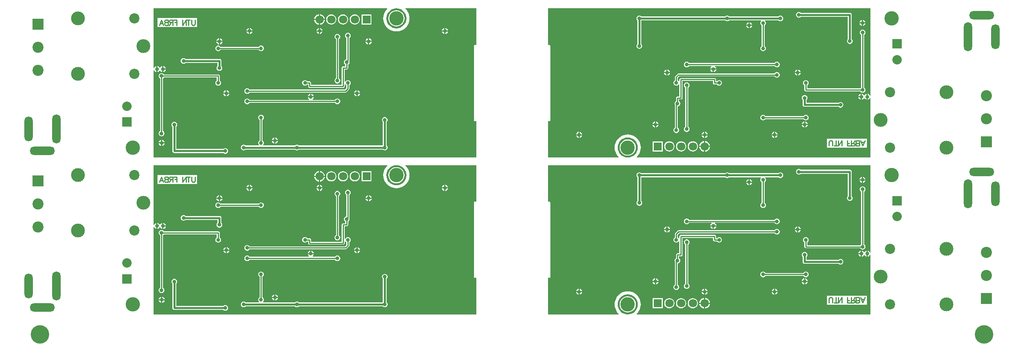
<source format=gbl>
G04*
G04 #@! TF.GenerationSoftware,Altium Limited,Altium Designer,18.0.7 (293)*
G04*
G04 Layer_Physical_Order=2*
G04 Layer_Color=16711680*
%FSLAX25Y25*%
%MOIN*%
G70*
G01*
G75*
%ADD27C,0.00900*%
%ADD28C,0.01800*%
%ADD36C,0.00866*%
%ADD38C,0.15748*%
%ADD39C,0.07087*%
%ADD40R,0.07087X0.07087*%
%ADD41C,0.11811*%
%ADD42C,0.08661*%
%ADD43C,0.08661*%
%ADD44C,0.09449*%
%ADD45R,0.09449X0.09449*%
%ADD46R,0.08000X0.08000*%
%ADD47C,0.08000*%
%ADD48O,0.07087X0.24803*%
%ADD49O,0.07087X0.21260*%
%ADD50O,0.21260X0.07087*%
%ADD51C,0.12205*%
%ADD52C,0.03200*%
G36*
X324505Y264305D02*
X326112Y263817D01*
X327592Y263026D01*
X328890Y261961D01*
X329955Y260663D01*
X330747Y259183D01*
X331234Y257576D01*
X331398Y255906D01*
X331234Y254235D01*
X330747Y252628D01*
X329955Y251148D01*
X328890Y249850D01*
X327592Y248785D01*
X326112Y247994D01*
X324505Y247506D01*
X322835Y247342D01*
X321164Y247506D01*
X319557Y247994D01*
X318077Y248785D01*
X316779Y249850D01*
X315714Y251148D01*
X314923Y252628D01*
X314435Y254235D01*
X314271Y255906D01*
X314435Y257576D01*
X314923Y259183D01*
X315714Y260663D01*
X316779Y261961D01*
X318077Y263026D01*
X319557Y263817D01*
X321164Y264305D01*
X322671Y264453D01*
X322998D01*
X324505Y264305D01*
D02*
G37*
G36*
X390748Y233323D02*
X389764D01*
X389366Y233244D01*
X389028Y233019D01*
X388803Y232681D01*
X388724Y232283D01*
Y169291D01*
X388803Y168893D01*
X389028Y168556D01*
X389366Y168331D01*
X389764Y168251D01*
X390748D01*
Y137122D01*
X116142D01*
Y211626D01*
X116642Y211726D01*
X116823Y211287D01*
X117240Y210744D01*
X117783Y210327D01*
X118416Y210065D01*
X118595Y210042D01*
Y212598D01*
Y215155D01*
X118416Y215131D01*
X117783Y214869D01*
X117240Y214453D01*
X116823Y213910D01*
X116642Y213471D01*
X116142Y213570D01*
Y264453D01*
X315010D01*
X315183Y263984D01*
X314953Y263788D01*
X313817Y262457D01*
X312903Y260966D01*
X312233Y259350D01*
X311825Y257649D01*
X311688Y255906D01*
X311825Y254162D01*
X312233Y252461D01*
X312903Y250845D01*
X313817Y249354D01*
X314953Y248024D01*
X316283Y246887D01*
X317774Y245974D01*
X319390Y245304D01*
X321091Y244896D01*
X322835Y244759D01*
X324578Y244896D01*
X326279Y245304D01*
X327895Y245974D01*
X329387Y246887D01*
X330717Y248024D01*
X331853Y249354D01*
X332767Y250845D01*
X333436Y252461D01*
X333844Y254162D01*
X333981Y255906D01*
X333844Y257649D01*
X333436Y259350D01*
X332767Y260966D01*
X331853Y262457D01*
X330717Y263788D01*
X330487Y263984D01*
X330660Y264453D01*
X390748D01*
Y233323D01*
D02*
G37*
G36*
X726378Y189948D02*
X725878Y189849D01*
X725696Y190288D01*
X725280Y190831D01*
X724736Y191247D01*
X724104Y191509D01*
X723925Y191533D01*
Y188976D01*
Y186420D01*
X724104Y186443D01*
X724736Y186705D01*
X725280Y187122D01*
X725696Y187665D01*
X725878Y188104D01*
X726378Y188004D01*
Y137122D01*
X527510D01*
X527337Y137591D01*
X527567Y137787D01*
X528703Y139117D01*
X529617Y140609D01*
X530286Y142225D01*
X530695Y143925D01*
X530832Y145669D01*
X530695Y147413D01*
X530286Y149114D01*
X529617Y150730D01*
X528703Y152221D01*
X527567Y153551D01*
X526237Y154687D01*
X524746Y155601D01*
X523130Y156271D01*
X521429Y156679D01*
X519685Y156816D01*
X517941Y156679D01*
X516241Y156271D01*
X514625Y155601D01*
X513133Y154687D01*
X511803Y153551D01*
X510667Y152221D01*
X509753Y150730D01*
X509084Y149114D01*
X508675Y147413D01*
X508538Y145669D01*
X508675Y143925D01*
X509084Y142225D01*
X509753Y140609D01*
X510667Y139117D01*
X511803Y137787D01*
X512033Y137591D01*
X511860Y137122D01*
X451772D01*
Y168251D01*
X452756D01*
X453154Y168331D01*
X453491Y168556D01*
X453717Y168893D01*
X453796Y169291D01*
Y232283D01*
X453717Y232681D01*
X453491Y233019D01*
X453154Y233244D01*
X452756Y233324D01*
X451772D01*
Y264453D01*
X726378D01*
Y189948D01*
D02*
G37*
G36*
X521356Y154069D02*
X522962Y153581D01*
X524443Y152790D01*
X525740Y151725D01*
X526806Y150427D01*
X527597Y148946D01*
X528084Y147340D01*
X528249Y145669D01*
X528084Y143999D01*
X527597Y142392D01*
X526806Y140911D01*
X525740Y139614D01*
X524443Y138549D01*
X522962Y137757D01*
X521356Y137270D01*
X519849Y137122D01*
X519521D01*
X518014Y137270D01*
X516408Y137757D01*
X514927Y138549D01*
X513630Y139614D01*
X512565Y140911D01*
X511773Y142392D01*
X511286Y143999D01*
X511121Y145669D01*
X511286Y147340D01*
X511773Y148946D01*
X512565Y150427D01*
X513630Y151725D01*
X514927Y152790D01*
X516408Y153581D01*
X518014Y154069D01*
X519685Y154233D01*
X521356Y154069D01*
D02*
G37*
G36*
X324505Y130447D02*
X326112Y129959D01*
X327592Y129168D01*
X328890Y128103D01*
X329955Y126805D01*
X330747Y125324D01*
X331234Y123718D01*
X331398Y122047D01*
X331234Y120377D01*
X330747Y118770D01*
X329955Y117289D01*
X328890Y115992D01*
X327592Y114927D01*
X326112Y114135D01*
X324505Y113648D01*
X322835Y113484D01*
X321164Y113648D01*
X319557Y114135D01*
X318077Y114927D01*
X316779Y115992D01*
X315714Y117289D01*
X314923Y118770D01*
X314435Y120377D01*
X314271Y122047D01*
X314435Y123718D01*
X314923Y125324D01*
X315714Y126805D01*
X316779Y128103D01*
X318077Y129168D01*
X319557Y129959D01*
X321164Y130447D01*
X322671Y130595D01*
X322998D01*
X324505Y130447D01*
D02*
G37*
G36*
X390748Y99465D02*
X389764D01*
X389366Y99386D01*
X389028Y99161D01*
X388803Y98823D01*
X388724Y98425D01*
Y35433D01*
X388803Y35035D01*
X389028Y34698D01*
X389366Y34472D01*
X389764Y34393D01*
X390748D01*
Y3263D01*
X116142D01*
Y77768D01*
X116642Y77868D01*
X116823Y77429D01*
X117240Y76886D01*
X117783Y76469D01*
X118416Y76207D01*
X118595Y76183D01*
Y78740D01*
Y81297D01*
X118416Y81273D01*
X117783Y81011D01*
X117240Y80594D01*
X116823Y80051D01*
X116642Y79613D01*
X116142Y79712D01*
Y130595D01*
X315010D01*
X315183Y130126D01*
X314953Y129929D01*
X313817Y128599D01*
X312903Y127108D01*
X312233Y125492D01*
X311825Y123791D01*
X311688Y122047D01*
X311825Y120303D01*
X312233Y118603D01*
X312903Y116987D01*
X313817Y115495D01*
X314953Y114165D01*
X316283Y113029D01*
X317774Y112115D01*
X319390Y111446D01*
X321091Y111038D01*
X322835Y110900D01*
X324578Y111038D01*
X326279Y111446D01*
X327895Y112115D01*
X329387Y113029D01*
X330717Y114165D01*
X331853Y115495D01*
X332767Y116987D01*
X333436Y118603D01*
X333844Y120303D01*
X333981Y122047D01*
X333844Y123791D01*
X333436Y125492D01*
X332767Y127108D01*
X331853Y128599D01*
X330717Y129929D01*
X330487Y130126D01*
X330660Y130595D01*
X390748D01*
Y99465D01*
D02*
G37*
G36*
X726378Y56090D02*
X725878Y55991D01*
X725696Y56429D01*
X725280Y56972D01*
X724736Y57389D01*
X724104Y57651D01*
X723925Y57675D01*
Y55118D01*
Y52561D01*
X724104Y52585D01*
X724736Y52847D01*
X725280Y53264D01*
X725696Y53807D01*
X725878Y54246D01*
X726378Y54146D01*
Y3263D01*
X527510D01*
X527337Y3732D01*
X527567Y3929D01*
X528703Y5259D01*
X529617Y6750D01*
X530286Y8366D01*
X530695Y10067D01*
X530832Y11811D01*
X530695Y13555D01*
X530286Y15256D01*
X529617Y16872D01*
X528703Y18363D01*
X527567Y19693D01*
X526237Y20829D01*
X524746Y21743D01*
X523130Y22412D01*
X521429Y22821D01*
X519685Y22958D01*
X517941Y22821D01*
X516241Y22412D01*
X514625Y21743D01*
X513133Y20829D01*
X511803Y19693D01*
X510667Y18363D01*
X509753Y16872D01*
X509084Y15256D01*
X508675Y13555D01*
X508538Y11811D01*
X508675Y10067D01*
X509084Y8366D01*
X509753Y6750D01*
X510667Y5259D01*
X511803Y3929D01*
X512033Y3732D01*
X511860Y3263D01*
X451772D01*
Y34393D01*
X452756D01*
X453154Y34472D01*
X453491Y34698D01*
X453717Y35035D01*
X453796Y35433D01*
Y98425D01*
X453717Y98823D01*
X453491Y99161D01*
X453154Y99386D01*
X452756Y99465D01*
X451772D01*
Y130595D01*
X726378D01*
Y56090D01*
D02*
G37*
G36*
X521356Y20210D02*
X522962Y19723D01*
X524443Y18932D01*
X525740Y17866D01*
X526806Y16569D01*
X527597Y15088D01*
X528084Y13482D01*
X528249Y11811D01*
X528084Y10140D01*
X527597Y8534D01*
X526806Y7053D01*
X525740Y5756D01*
X524443Y4690D01*
X522962Y3899D01*
X521356Y3412D01*
X519849Y3263D01*
X519521D01*
X518014Y3412D01*
X516408Y3899D01*
X514927Y4690D01*
X513630Y5756D01*
X512565Y7053D01*
X511773Y8534D01*
X511286Y10140D01*
X511121Y11811D01*
X511286Y13482D01*
X511773Y15088D01*
X512565Y16569D01*
X513630Y17866D01*
X514927Y18932D01*
X516408Y19723D01*
X518014Y20210D01*
X519685Y20375D01*
X521356Y20210D01*
D02*
G37*
%LPC*%
G36*
X322835Y262811D02*
X321487Y262678D01*
X320192Y262285D01*
X318998Y261647D01*
X317952Y260788D01*
X317093Y259742D01*
X316455Y258548D01*
X316062Y257253D01*
X315929Y255906D01*
X316062Y254558D01*
X316455Y253263D01*
X317093Y252069D01*
X317952Y251023D01*
X318998Y250164D01*
X320192Y249526D01*
X321487Y249133D01*
X322835Y249000D01*
X324182Y249133D01*
X325477Y249526D01*
X326671Y250164D01*
X327718Y251023D01*
X328576Y252069D01*
X329215Y253263D01*
X329608Y254558D01*
X329740Y255906D01*
X329608Y257253D01*
X329215Y258548D01*
X328576Y259742D01*
X327718Y260788D01*
X326671Y261647D01*
X325477Y262285D01*
X324182Y262678D01*
X322835Y262811D01*
D02*
G37*
G36*
X257902Y259438D02*
Y255421D01*
X261918D01*
X261828Y256107D01*
X261370Y257212D01*
X260642Y258162D01*
X259693Y258890D01*
X258588Y259348D01*
X257902Y259438D01*
D02*
G37*
G36*
X256902Y259438D02*
X256216Y259348D01*
X255110Y258890D01*
X254161Y258162D01*
X253433Y257212D01*
X252975Y256107D01*
X252885Y255421D01*
X256902D01*
Y259438D01*
D02*
G37*
G36*
X301715Y259235D02*
X293088D01*
Y250608D01*
X301715D01*
Y259235D01*
D02*
G37*
G36*
X287402Y259272D02*
X286276Y259123D01*
X285226Y258689D01*
X284325Y257997D01*
X283634Y257097D01*
X283199Y256047D01*
X283051Y254921D01*
X283199Y253795D01*
X283634Y252746D01*
X284325Y251845D01*
X285226Y251154D01*
X286276Y250719D01*
X287402Y250571D01*
X288528Y250719D01*
X289577Y251154D01*
X290478Y251845D01*
X291169Y252746D01*
X291604Y253795D01*
X291752Y254921D01*
X291604Y256047D01*
X291169Y257097D01*
X290478Y257997D01*
X289577Y258689D01*
X288528Y259123D01*
X287402Y259272D01*
D02*
G37*
G36*
X277402D02*
X276276Y259123D01*
X275226Y258689D01*
X274325Y257997D01*
X273634Y257097D01*
X273199Y256047D01*
X273051Y254921D01*
X273199Y253795D01*
X273634Y252746D01*
X274325Y251845D01*
X275226Y251154D01*
X276276Y250719D01*
X277402Y250571D01*
X278528Y250719D01*
X279577Y251154D01*
X280478Y251845D01*
X281169Y252746D01*
X281604Y253795D01*
X281752Y254921D01*
X281604Y256047D01*
X281169Y257097D01*
X280478Y257997D01*
X279577Y258689D01*
X278528Y259123D01*
X277402Y259272D01*
D02*
G37*
G36*
X267402D02*
X266276Y259123D01*
X265226Y258689D01*
X264325Y257997D01*
X263634Y257097D01*
X263199Y256047D01*
X263051Y254921D01*
X263199Y253795D01*
X263634Y252746D01*
X264325Y251845D01*
X265226Y251154D01*
X266276Y250719D01*
X267402Y250571D01*
X268528Y250719D01*
X269577Y251154D01*
X270478Y251845D01*
X271169Y252746D01*
X271604Y253795D01*
X271752Y254921D01*
X271604Y256047D01*
X271169Y257097D01*
X270478Y257997D01*
X269577Y258689D01*
X268528Y259123D01*
X267402Y259272D01*
D02*
G37*
G36*
X261918Y254421D02*
X257902D01*
Y250405D01*
X258588Y250495D01*
X259693Y250953D01*
X260642Y251681D01*
X261370Y252630D01*
X261828Y253735D01*
X261918Y254421D01*
D02*
G37*
G36*
X256902D02*
X252885D01*
X252975Y253735D01*
X253433Y252630D01*
X254161Y251681D01*
X255110Y250953D01*
X256216Y250495D01*
X256902Y250405D01*
Y254421D01*
D02*
G37*
G36*
X153211Y256163D02*
X119460D01*
Y248364D01*
X153211D01*
Y256163D01*
D02*
G37*
G36*
X364673Y247635D02*
Y245579D01*
X366730D01*
X366706Y245758D01*
X366444Y246390D01*
X366028Y246933D01*
X365484Y247350D01*
X364852Y247612D01*
X364673Y247635D01*
D02*
G37*
G36*
X363673D02*
X363494Y247612D01*
X362862Y247350D01*
X362319Y246933D01*
X361902Y246390D01*
X361640Y245758D01*
X361617Y245579D01*
X363673D01*
Y247635D01*
D02*
G37*
G36*
X257902D02*
Y245579D01*
X259958D01*
X259935Y245758D01*
X259673Y246390D01*
X259256Y246933D01*
X258713Y247350D01*
X258080Y247612D01*
X257902Y247635D01*
D02*
G37*
G36*
X256902D02*
X256723Y247612D01*
X256090Y247350D01*
X255547Y246933D01*
X255131Y246390D01*
X254869Y245758D01*
X254845Y245579D01*
X256902D01*
Y247635D01*
D02*
G37*
G36*
X198335D02*
Y245579D01*
X200391D01*
X200368Y245758D01*
X200106Y246390D01*
X199689Y246933D01*
X199146Y247350D01*
X198513Y247612D01*
X198335Y247635D01*
D02*
G37*
G36*
X197335D02*
X197156Y247612D01*
X196523Y247350D01*
X195980Y246933D01*
X195563Y246390D01*
X195302Y245758D01*
X195278Y245579D01*
X197335D01*
Y247635D01*
D02*
G37*
G36*
X366730Y244579D02*
X364673D01*
Y242522D01*
X364852Y242546D01*
X365484Y242808D01*
X366028Y243224D01*
X366444Y243767D01*
X366706Y244400D01*
X366730Y244579D01*
D02*
G37*
G36*
X363673D02*
X361617D01*
X361640Y244400D01*
X361902Y243767D01*
X362319Y243224D01*
X362862Y242808D01*
X363494Y242546D01*
X363673Y242522D01*
Y244579D01*
D02*
G37*
G36*
X259958D02*
X257902D01*
Y242522D01*
X258080Y242546D01*
X258713Y242808D01*
X259256Y243224D01*
X259673Y243767D01*
X259935Y244400D01*
X259958Y244579D01*
D02*
G37*
G36*
X256902D02*
X254845D01*
X254869Y244400D01*
X255131Y243767D01*
X255547Y243224D01*
X256090Y242808D01*
X256723Y242546D01*
X256902Y242522D01*
Y244579D01*
D02*
G37*
G36*
X200391D02*
X198335D01*
Y242522D01*
X198513Y242546D01*
X199146Y242808D01*
X199689Y243224D01*
X200106Y243767D01*
X200368Y244400D01*
X200391Y244579D01*
D02*
G37*
G36*
X197335D02*
X195278D01*
X195302Y244400D01*
X195563Y243767D01*
X195980Y243224D01*
X196523Y242808D01*
X197156Y242546D01*
X197335Y242522D01*
Y244579D01*
D02*
G37*
G36*
X299713Y238777D02*
Y236720D01*
X301769D01*
X301746Y236899D01*
X301484Y237532D01*
X301067Y238075D01*
X300524Y238492D01*
X299891Y238754D01*
X299713Y238777D01*
D02*
G37*
G36*
X298713D02*
X298534Y238754D01*
X297901Y238492D01*
X297358Y238075D01*
X296941Y237532D01*
X296679Y236899D01*
X296656Y236720D01*
X298713D01*
Y238777D01*
D02*
G37*
G36*
X172744D02*
Y236720D01*
X174801D01*
X174777Y236899D01*
X174515Y237532D01*
X174098Y238075D01*
X173555Y238492D01*
X172923Y238754D01*
X172744Y238777D01*
D02*
G37*
G36*
X171744D02*
X171565Y238754D01*
X170933Y238492D01*
X170390Y238075D01*
X169973Y237532D01*
X169711Y236899D01*
X169687Y236720D01*
X171744D01*
Y238777D01*
D02*
G37*
G36*
X301769Y235720D02*
X299713D01*
Y233664D01*
X299891Y233687D01*
X300524Y233949D01*
X301067Y234366D01*
X301484Y234909D01*
X301746Y235542D01*
X301769Y235720D01*
D02*
G37*
G36*
X298713D02*
X296656D01*
X296679Y235542D01*
X296941Y234909D01*
X297358Y234366D01*
X297901Y233949D01*
X298534Y233687D01*
X298713Y233664D01*
Y235720D01*
D02*
G37*
G36*
X174801D02*
X172744D01*
Y233664D01*
X172923Y233687D01*
X173555Y233949D01*
X174098Y234366D01*
X174515Y234909D01*
X174777Y235542D01*
X174801Y235720D01*
D02*
G37*
G36*
X171744D02*
X169687D01*
X169711Y235542D01*
X169973Y234909D01*
X170390Y234366D01*
X170933Y233949D01*
X171565Y233687D01*
X171744Y233664D01*
Y235720D01*
D02*
G37*
G36*
X207677Y232731D02*
X206752Y232547D01*
X205968Y232024D01*
X205658Y231559D01*
X173279D01*
X172968Y232024D01*
X172185Y232547D01*
X171260Y232731D01*
X170335Y232547D01*
X169551Y232024D01*
X169027Y231240D01*
X168843Y230315D01*
X169027Y229390D01*
X169551Y228606D01*
X170335Y228082D01*
X171260Y227899D01*
X172185Y228082D01*
X172968Y228606D01*
X173279Y229071D01*
X205658D01*
X205968Y228606D01*
X206752Y228082D01*
X207677Y227899D01*
X208602Y228082D01*
X209386Y228606D01*
X209910Y229390D01*
X210094Y230315D01*
X209910Y231240D01*
X209386Y232024D01*
X208602Y232547D01*
X207677Y232731D01*
D02*
G37*
G36*
X123614Y215155D02*
X123435Y215131D01*
X122803Y214869D01*
X122260Y214453D01*
X121884Y213964D01*
X121604Y213934D01*
X121324Y213964D01*
X120949Y214453D01*
X120406Y214869D01*
X119773Y215131D01*
X119595Y215155D01*
Y212598D01*
Y210042D01*
X119773Y210065D01*
X120406Y210327D01*
X120949Y210744D01*
X121324Y211233D01*
X121604Y211262D01*
X121884Y211233D01*
X122260Y210744D01*
X122803Y210327D01*
X123435Y210065D01*
X123614Y210042D01*
Y212598D01*
Y215155D01*
D02*
G37*
G36*
X124614D02*
Y213098D01*
X126671D01*
X126647Y213277D01*
X126385Y213910D01*
X125969Y214453D01*
X125425Y214869D01*
X124793Y215131D01*
X124614Y215155D01*
D02*
G37*
G36*
X141732Y221905D02*
X140807Y221721D01*
X140024Y221197D01*
X139500Y220413D01*
X139316Y219488D01*
X139500Y218564D01*
X140024Y217779D01*
X140807Y217256D01*
X141732Y217072D01*
X142657Y217256D01*
X143441Y217779D01*
X143445Y217786D01*
X170541D01*
Y215295D01*
X170535Y215291D01*
X170012Y214507D01*
X169828Y213583D01*
X170012Y212658D01*
X170535Y211874D01*
X171319Y211350D01*
X172244Y211166D01*
X173169Y211350D01*
X173953Y211874D01*
X174477Y212658D01*
X174661Y213583D01*
X174477Y214507D01*
X173953Y215291D01*
X173947Y215295D01*
Y219488D01*
X173817Y220140D01*
X173448Y220692D01*
X172896Y221061D01*
X172244Y221191D01*
X143445D01*
X143441Y221197D01*
X142657Y221721D01*
X141732Y221905D01*
D02*
G37*
G36*
X126671Y212098D02*
X124614D01*
Y210042D01*
X124793Y210065D01*
X125425Y210327D01*
X125969Y210744D01*
X126385Y211287D01*
X126647Y211920D01*
X126671Y212098D01*
D02*
G37*
G36*
X272638Y242574D02*
X271713Y242390D01*
X270929Y241866D01*
X270405Y241082D01*
X270221Y240158D01*
X270405Y239233D01*
X270929Y238449D01*
X271394Y238138D01*
Y204775D01*
X270929Y204465D01*
X270405Y203681D01*
X270221Y202756D01*
X270405Y201831D01*
X270929Y201047D01*
X271713Y200523D01*
X272638Y200340D01*
X273563Y200523D01*
X274346Y201047D01*
X274870Y201831D01*
X275054Y202756D01*
X274870Y203681D01*
X274346Y204465D01*
X273882Y204775D01*
Y238138D01*
X274346Y238449D01*
X274870Y239233D01*
X275054Y240158D01*
X274870Y241082D01*
X274346Y241866D01*
X273563Y242390D01*
X272638Y242574D01*
D02*
G37*
G36*
X281496Y243558D02*
X280571Y243374D01*
X279787Y242850D01*
X279264Y242067D01*
X279080Y241142D01*
X279264Y240217D01*
X279787Y239433D01*
X280252Y239123D01*
Y220869D01*
X279587Y220736D01*
X278803Y220213D01*
X278279Y219429D01*
X278095Y218504D01*
X278279Y217579D01*
X278803Y216795D01*
X279268Y216485D01*
Y214827D01*
X277562D01*
X277086Y214732D01*
X276682Y214462D01*
X276413Y214059D01*
X276318Y213583D01*
Y199079D01*
X250260D01*
Y200787D01*
X250165Y201263D01*
X249895Y201667D01*
X249492Y201937D01*
X249016Y202031D01*
X247098D01*
X246787Y202496D01*
X246004Y203020D01*
X245079Y203204D01*
X244154Y203020D01*
X243370Y202496D01*
X242846Y201712D01*
X242662Y200787D01*
X242846Y199863D01*
X243370Y199079D01*
X244154Y198555D01*
X245079Y198371D01*
X246004Y198555D01*
X246787Y199079D01*
X247098Y199543D01*
X247772D01*
Y197835D01*
X247867Y197359D01*
X248136Y196955D01*
X248540Y196685D01*
X249016Y196591D01*
X277562D01*
X278038Y196685D01*
X278441Y196955D01*
X278711Y197359D01*
X278806Y197835D01*
Y199717D01*
X279063Y199799D01*
X279306Y199800D01*
X279787Y199079D01*
X280252Y198768D01*
Y196381D01*
X279012Y195141D01*
X197885D01*
X197575Y195606D01*
X196791Y196130D01*
X195866Y196314D01*
X194941Y196130D01*
X194158Y195606D01*
X193634Y194822D01*
X193450Y193898D01*
X193634Y192973D01*
X194158Y192189D01*
X194941Y191665D01*
X195866Y191481D01*
X196791Y191665D01*
X197575Y192189D01*
X197885Y192654D01*
X279528D01*
X280004Y192748D01*
X280407Y193018D01*
X282376Y194987D01*
X282645Y195390D01*
X282740Y195866D01*
Y198768D01*
X283205Y199079D01*
X283729Y199863D01*
X283912Y200787D01*
X283729Y201712D01*
X283205Y202496D01*
X282421Y203020D01*
X281496Y203204D01*
X280571Y203020D01*
X279787Y202496D01*
X279306Y201775D01*
X279063Y201776D01*
X278806Y201858D01*
Y212339D01*
X280512D01*
X280988Y212434D01*
X281391Y212703D01*
X281661Y213107D01*
X281756Y213583D01*
Y216485D01*
X282221Y216795D01*
X282744Y217579D01*
X282928Y218504D01*
X282744Y219429D01*
X282732Y219447D01*
X282740Y219488D01*
Y239123D01*
X283205Y239433D01*
X283729Y240217D01*
X283912Y241142D01*
X283729Y242067D01*
X283205Y242850D01*
X282421Y243374D01*
X281496Y243558D01*
D02*
G37*
G36*
X123031Y209109D02*
X122107Y208925D01*
X121323Y208402D01*
X120799Y207618D01*
X120615Y206693D01*
X120799Y205768D01*
X121323Y204984D01*
X121788Y204674D01*
Y159696D01*
X121323Y159386D01*
X120799Y158602D01*
X120615Y157677D01*
X120799Y156752D01*
X121323Y155968D01*
X122107Y155445D01*
X123031Y155261D01*
X123956Y155445D01*
X124740Y155968D01*
X125264Y156752D01*
X125448Y157677D01*
X125264Y158602D01*
X124740Y159386D01*
X124275Y159696D01*
Y204674D01*
X124740Y204984D01*
X125051Y205449D01*
X170016D01*
Y202807D01*
X169551Y202496D01*
X169027Y201712D01*
X168843Y200787D01*
X169027Y199863D01*
X169551Y199079D01*
X170335Y198555D01*
X171260Y198371D01*
X172185Y198555D01*
X172968Y199079D01*
X173492Y199863D01*
X173676Y200787D01*
X173492Y201712D01*
X172968Y202496D01*
X172504Y202807D01*
Y206693D01*
X172409Y207169D01*
X172139Y207573D01*
X171736Y207842D01*
X171260Y207937D01*
X125051D01*
X124740Y208402D01*
X123956Y208925D01*
X123031Y209109D01*
D02*
G37*
G36*
X289870Y194486D02*
Y192429D01*
X291927D01*
X291903Y192608D01*
X291641Y193240D01*
X291224Y193783D01*
X290681Y194200D01*
X290049Y194462D01*
X289870Y194486D01*
D02*
G37*
G36*
X288870D02*
X288691Y194462D01*
X288059Y194200D01*
X287516Y193783D01*
X287099Y193240D01*
X286837Y192608D01*
X286813Y192429D01*
X288870D01*
Y194486D01*
D02*
G37*
G36*
X178650D02*
Y192429D01*
X180706D01*
X180683Y192608D01*
X180421Y193240D01*
X180004Y193783D01*
X179461Y194200D01*
X178828Y194462D01*
X178650Y194486D01*
D02*
G37*
G36*
X177650D02*
X177471Y194462D01*
X176838Y194200D01*
X176295Y193783D01*
X175879Y193240D01*
X175617Y192608D01*
X175593Y192429D01*
X177650D01*
Y194486D01*
D02*
G37*
G36*
X250500Y191533D02*
Y189476D01*
X252557D01*
X252533Y189655D01*
X252271Y190288D01*
X251854Y190831D01*
X251311Y191247D01*
X250679Y191509D01*
X250500Y191533D01*
D02*
G37*
G36*
X249500D02*
X249321Y191509D01*
X248689Y191247D01*
X248146Y190831D01*
X247729Y190288D01*
X247467Y189655D01*
X247443Y189476D01*
X249500D01*
Y191533D01*
D02*
G37*
G36*
X291927Y191429D02*
X289870D01*
Y189373D01*
X290049Y189396D01*
X290681Y189658D01*
X291224Y190075D01*
X291641Y190618D01*
X291903Y191250D01*
X291927Y191429D01*
D02*
G37*
G36*
X288870D02*
X286813D01*
X286837Y191250D01*
X287099Y190618D01*
X287516Y190075D01*
X288059Y189658D01*
X288691Y189396D01*
X288870Y189373D01*
Y191429D01*
D02*
G37*
G36*
X180706D02*
X178650D01*
Y189373D01*
X178828Y189396D01*
X179461Y189658D01*
X180004Y190075D01*
X180421Y190618D01*
X180683Y191250D01*
X180706Y191429D01*
D02*
G37*
G36*
X177650D02*
X175593D01*
X175617Y191250D01*
X175879Y190618D01*
X176295Y190075D01*
X176838Y189658D01*
X177471Y189396D01*
X177650Y189373D01*
Y191429D01*
D02*
G37*
G36*
X252557Y188476D02*
X247443D01*
X247467Y188298D01*
X247729Y187665D01*
X248146Y187122D01*
X248587Y186783D01*
X248493Y186348D01*
X248458Y186283D01*
X197885D01*
X197575Y186748D01*
X196791Y187272D01*
X195866Y187456D01*
X194941Y187272D01*
X194158Y186748D01*
X193634Y185964D01*
X193450Y185039D01*
X193634Y184115D01*
X194158Y183331D01*
X194941Y182807D01*
X195866Y182623D01*
X196791Y182807D01*
X197575Y183331D01*
X197885Y183795D01*
X270619D01*
X270929Y183331D01*
X271713Y182807D01*
X272638Y182623D01*
X273563Y182807D01*
X274346Y183331D01*
X274870Y184115D01*
X275054Y185039D01*
X274870Y185964D01*
X274346Y186748D01*
X273563Y187272D01*
X272638Y187456D01*
X271713Y187272D01*
X270929Y186748D01*
X270619Y186283D01*
X251542D01*
X251507Y186348D01*
X251413Y186783D01*
X251854Y187122D01*
X252271Y187665D01*
X252533Y188298D01*
X252557Y188476D01*
D02*
G37*
G36*
X219988Y154131D02*
Y152075D01*
X222045D01*
X222021Y152253D01*
X221759Y152886D01*
X221342Y153429D01*
X220799Y153846D01*
X220167Y154108D01*
X219988Y154131D01*
D02*
G37*
G36*
X218988D02*
X218810Y154108D01*
X218177Y153846D01*
X217634Y153429D01*
X217217Y152886D01*
X216955Y152253D01*
X216932Y152075D01*
X218988D01*
Y154131D01*
D02*
G37*
G36*
X123630Y152163D02*
Y150106D01*
X125687D01*
X125663Y150285D01*
X125401Y150917D01*
X124984Y151461D01*
X124441Y151877D01*
X123809Y152139D01*
X123630Y152163D01*
D02*
G37*
G36*
X122630D02*
X122451Y152139D01*
X121819Y151877D01*
X121276Y151461D01*
X120859Y150917D01*
X120597Y150285D01*
X120573Y150106D01*
X122630D01*
Y152163D01*
D02*
G37*
G36*
X222045Y151075D02*
X219988D01*
Y149018D01*
X220167Y149042D01*
X220799Y149304D01*
X221342Y149721D01*
X221759Y150264D01*
X222021Y150896D01*
X222045Y151075D01*
D02*
G37*
G36*
X218988D02*
X216932D01*
X216955Y150896D01*
X217217Y150264D01*
X217634Y149721D01*
X218177Y149304D01*
X218810Y149042D01*
X218988Y149018D01*
Y151075D01*
D02*
G37*
G36*
X207677Y173676D02*
X206752Y173492D01*
X205968Y172968D01*
X205445Y172185D01*
X205261Y171260D01*
X205445Y170335D01*
X205968Y169551D01*
X206433Y169241D01*
Y151626D01*
X205968Y151315D01*
X205445Y150531D01*
X205261Y149606D01*
X205445Y148682D01*
X205968Y147898D01*
X206007Y147872D01*
X205855Y147372D01*
X194626D01*
X194622Y147378D01*
X193838Y147902D01*
X192913Y148086D01*
X191989Y147902D01*
X191205Y147378D01*
X190681Y146594D01*
X190497Y145669D01*
X190681Y144745D01*
X191205Y143961D01*
X191989Y143437D01*
X192913Y143253D01*
X193838Y143437D01*
X194622Y143961D01*
X194626Y143967D01*
X236476D01*
X236480Y143961D01*
X237264Y143437D01*
X238189Y143253D01*
X239114Y143437D01*
X239898Y143961D01*
X239902Y143967D01*
X311280D01*
X311283Y143961D01*
X312067Y143437D01*
X312992Y143253D01*
X313917Y143437D01*
X314701Y143961D01*
X315225Y144745D01*
X315409Y145669D01*
X315225Y146594D01*
X314701Y147378D01*
X314695Y147382D01*
Y167579D01*
X314701Y167583D01*
X315225Y168367D01*
X315409Y169291D01*
X315225Y170216D01*
X314701Y171000D01*
X313917Y171524D01*
X312992Y171708D01*
X312067Y171524D01*
X311283Y171000D01*
X310760Y170216D01*
X310576Y169291D01*
X310760Y168367D01*
X311283Y167583D01*
X311289Y167579D01*
Y147382D01*
X311283Y147378D01*
X311280Y147372D01*
X239902D01*
X239898Y147378D01*
X239114Y147902D01*
X238189Y148086D01*
X237264Y147902D01*
X236480Y147378D01*
X236476Y147372D01*
X209499D01*
X209348Y147872D01*
X209386Y147898D01*
X209910Y148682D01*
X210094Y149606D01*
X209910Y150531D01*
X209386Y151315D01*
X208921Y151626D01*
Y169241D01*
X209386Y169551D01*
X209910Y170335D01*
X210094Y171260D01*
X209910Y172185D01*
X209386Y172968D01*
X208602Y173492D01*
X207677Y173676D01*
D02*
G37*
G36*
X125687Y149106D02*
X123630D01*
Y147050D01*
X123809Y147073D01*
X124441Y147335D01*
X124984Y147752D01*
X125401Y148295D01*
X125663Y148928D01*
X125687Y149106D01*
D02*
G37*
G36*
X122630D02*
X120573D01*
X120597Y148928D01*
X120859Y148295D01*
X121276Y147752D01*
X121819Y147335D01*
X122451Y147073D01*
X122630Y147050D01*
Y149106D01*
D02*
G37*
G36*
X133858Y167574D02*
X132933Y167390D01*
X132150Y166866D01*
X131626Y166082D01*
X131442Y165157D01*
X131626Y164233D01*
X132150Y163449D01*
X132156Y163445D01*
Y142717D01*
X132285Y142065D01*
X132654Y141513D01*
X133207Y141143D01*
X133858Y141014D01*
X175453D01*
X175457Y141008D01*
X176241Y140484D01*
X177165Y140300D01*
X178090Y140484D01*
X178874Y141008D01*
X179398Y141792D01*
X179582Y142717D01*
X179398Y143641D01*
X178874Y144425D01*
X178090Y144949D01*
X177165Y145133D01*
X176241Y144949D01*
X175457Y144425D01*
X175453Y144419D01*
X135561D01*
Y163445D01*
X135567Y163449D01*
X136091Y164233D01*
X136275Y165157D01*
X136091Y166082D01*
X135567Y166866D01*
X134783Y167390D01*
X133858Y167574D01*
D02*
G37*
G36*
X649606Y258322D02*
X648682Y258138D01*
X647898Y257614D01*
X647894Y257608D01*
X606043D01*
X606039Y257614D01*
X605255Y258138D01*
X604331Y258322D01*
X603406Y258138D01*
X602622Y257614D01*
X602618Y257608D01*
X531240D01*
X531236Y257614D01*
X530452Y258138D01*
X529528Y258322D01*
X528603Y258138D01*
X527819Y257614D01*
X527295Y256830D01*
X527111Y255906D01*
X527295Y254981D01*
X527819Y254197D01*
X527825Y254193D01*
Y233996D01*
X527819Y233992D01*
X527295Y233208D01*
X527111Y232283D01*
X527295Y231359D01*
X527819Y230575D01*
X528603Y230051D01*
X529528Y229867D01*
X530452Y230051D01*
X531236Y230575D01*
X531760Y231359D01*
X531944Y232283D01*
X531760Y233208D01*
X531236Y233992D01*
X531230Y233996D01*
Y254193D01*
X531236Y254197D01*
X531240Y254203D01*
X602618D01*
X602622Y254197D01*
X603406Y253673D01*
X604331Y253489D01*
X605255Y253673D01*
X606039Y254197D01*
X606043Y254203D01*
X633020D01*
X633172Y253703D01*
X633134Y253677D01*
X632610Y252893D01*
X632426Y251969D01*
X632610Y251044D01*
X633134Y250260D01*
X633599Y249949D01*
Y232334D01*
X633134Y232024D01*
X632610Y231240D01*
X632426Y230315D01*
X632610Y229390D01*
X633134Y228606D01*
X633918Y228082D01*
X634842Y227899D01*
X635767Y228082D01*
X636551Y228606D01*
X637075Y229390D01*
X637259Y230315D01*
X637075Y231240D01*
X636551Y232024D01*
X636086Y232334D01*
Y249949D01*
X636551Y250260D01*
X637075Y251044D01*
X637259Y251969D01*
X637075Y252893D01*
X636551Y253677D01*
X636513Y253703D01*
X636664Y254203D01*
X647894D01*
X647898Y254197D01*
X648682Y253673D01*
X649606Y253489D01*
X650531Y253673D01*
X651315Y254197D01*
X651839Y254981D01*
X652023Y255906D01*
X651839Y256830D01*
X651315Y257614D01*
X650531Y258138D01*
X649606Y258322D01*
D02*
G37*
G36*
X719890Y254525D02*
Y252468D01*
X721946D01*
X721923Y252647D01*
X721661Y253280D01*
X721244Y253823D01*
X720701Y254240D01*
X720069Y254502D01*
X719890Y254525D01*
D02*
G37*
G36*
X718890D02*
X718711Y254502D01*
X718079Y254240D01*
X717535Y253823D01*
X717119Y253280D01*
X716857Y252647D01*
X716833Y252468D01*
X718890D01*
Y254525D01*
D02*
G37*
G36*
X623531Y252557D02*
Y250500D01*
X625588D01*
X625565Y250679D01*
X625303Y251311D01*
X624886Y251854D01*
X624343Y252271D01*
X623710Y252533D01*
X623531Y252557D01*
D02*
G37*
G36*
X622532D02*
X622353Y252533D01*
X621720Y252271D01*
X621177Y251854D01*
X620760Y251311D01*
X620498Y250679D01*
X620475Y250500D01*
X622532D01*
Y252557D01*
D02*
G37*
G36*
X721946Y251468D02*
X719890D01*
Y249412D01*
X720069Y249435D01*
X720701Y249697D01*
X721244Y250114D01*
X721661Y250657D01*
X721923Y251290D01*
X721946Y251468D01*
D02*
G37*
G36*
X718890D02*
X716833D01*
X716857Y251290D01*
X717119Y250657D01*
X717535Y250114D01*
X718079Y249697D01*
X718711Y249435D01*
X718890Y249412D01*
Y251468D01*
D02*
G37*
G36*
X625588Y249500D02*
X623531D01*
Y247443D01*
X623710Y247467D01*
X624343Y247729D01*
X624886Y248146D01*
X625303Y248689D01*
X625565Y249321D01*
X625588Y249500D01*
D02*
G37*
G36*
X622532D02*
X620475D01*
X620498Y249321D01*
X620760Y248689D01*
X621177Y248146D01*
X621720Y247729D01*
X622353Y247467D01*
X622532Y247443D01*
Y249500D01*
D02*
G37*
G36*
X665354Y261275D02*
X664430Y261091D01*
X663646Y260567D01*
X663122Y259783D01*
X662938Y258858D01*
X663122Y257934D01*
X663646Y257150D01*
X664430Y256626D01*
X665354Y256442D01*
X666279Y256626D01*
X667063Y257150D01*
X667067Y257156D01*
X706959D01*
Y238130D01*
X706953Y238126D01*
X706429Y237342D01*
X706245Y236417D01*
X706429Y235493D01*
X706953Y234709D01*
X707737Y234185D01*
X708661Y234001D01*
X709586Y234185D01*
X710370Y234709D01*
X710894Y235493D01*
X711078Y236417D01*
X710894Y237342D01*
X710370Y238126D01*
X710364Y238130D01*
Y258858D01*
X710234Y259510D01*
X709865Y260062D01*
X709313Y260431D01*
X708661Y260561D01*
X667067D01*
X667063Y260567D01*
X666279Y261091D01*
X665354Y261275D01*
D02*
G37*
G36*
X646654Y218952D02*
X645729Y218768D01*
X644945Y218244D01*
X644634Y217779D01*
X571901D01*
X571591Y218244D01*
X570807Y218768D01*
X569882Y218952D01*
X568957Y218768D01*
X568173Y218244D01*
X567649Y217460D01*
X567465Y216535D01*
X567649Y215611D01*
X568173Y214827D01*
X568957Y214303D01*
X569882Y214119D01*
X570807Y214303D01*
X571591Y214827D01*
X571901Y215292D01*
X590977D01*
X591013Y215227D01*
X591107Y214791D01*
X590665Y214453D01*
X590249Y213910D01*
X589987Y213277D01*
X589963Y213098D01*
X595076D01*
X595053Y213277D01*
X594791Y213910D01*
X594374Y214453D01*
X593933Y214791D01*
X594027Y215227D01*
X594062Y215292D01*
X644634D01*
X644945Y214827D01*
X645729Y214303D01*
X646654Y214119D01*
X647578Y214303D01*
X648362Y214827D01*
X648886Y215611D01*
X649070Y216535D01*
X648886Y217460D01*
X648362Y218244D01*
X647578Y218768D01*
X646654Y218952D01*
D02*
G37*
G36*
X664870Y212202D02*
Y210146D01*
X666927D01*
X666903Y210324D01*
X666641Y210957D01*
X666224Y211500D01*
X665681Y211917D01*
X665049Y212179D01*
X664870Y212202D01*
D02*
G37*
G36*
X663870D02*
X663691Y212179D01*
X663059Y211917D01*
X662516Y211500D01*
X662099Y210957D01*
X661837Y210324D01*
X661813Y210146D01*
X663870D01*
Y212202D01*
D02*
G37*
G36*
X553650D02*
Y210146D01*
X555706D01*
X555683Y210324D01*
X555421Y210957D01*
X555004Y211500D01*
X554461Y211917D01*
X553828Y212179D01*
X553650Y212202D01*
D02*
G37*
G36*
X552650D02*
X552471Y212179D01*
X551838Y211917D01*
X551295Y211500D01*
X550878Y210957D01*
X550617Y210324D01*
X550593Y210146D01*
X552650D01*
Y212202D01*
D02*
G37*
G36*
X595076Y212098D02*
X593020D01*
Y210042D01*
X593198Y210065D01*
X593831Y210327D01*
X594374Y210744D01*
X594791Y211287D01*
X595053Y211920D01*
X595076Y212098D01*
D02*
G37*
G36*
X592020D02*
X589963D01*
X589987Y211920D01*
X590249Y211287D01*
X590665Y210744D01*
X591209Y210327D01*
X591841Y210065D01*
X592020Y210042D01*
Y212098D01*
D02*
G37*
G36*
X666927Y209146D02*
X664870D01*
Y207089D01*
X665049Y207113D01*
X665681Y207375D01*
X666224Y207791D01*
X666641Y208334D01*
X666903Y208967D01*
X666927Y209146D01*
D02*
G37*
G36*
X663870D02*
X661813D01*
X661837Y208967D01*
X662099Y208334D01*
X662516Y207791D01*
X663059Y207375D01*
X663691Y207113D01*
X663870Y207089D01*
Y209146D01*
D02*
G37*
G36*
X555706D02*
X553650D01*
Y207089D01*
X553828Y207113D01*
X554461Y207375D01*
X555004Y207791D01*
X555421Y208334D01*
X555683Y208967D01*
X555706Y209146D01*
D02*
G37*
G36*
X552650D02*
X550593D01*
X550617Y208967D01*
X550878Y208334D01*
X551295Y207791D01*
X551838Y207375D01*
X552471Y207113D01*
X552650Y207089D01*
Y209146D01*
D02*
G37*
G36*
X646654Y210094D02*
X645729Y209910D01*
X644945Y209386D01*
X644634Y208921D01*
X562992D01*
X562516Y208826D01*
X562113Y208557D01*
X560144Y206588D01*
X559874Y206185D01*
X559780Y205709D01*
Y202807D01*
X559315Y202496D01*
X558791Y201712D01*
X558607Y200787D01*
X558791Y199863D01*
X559315Y199079D01*
X560099Y198555D01*
X561024Y198371D01*
X561948Y198555D01*
X562732Y199079D01*
X563214Y199800D01*
X563457Y199799D01*
X563714Y199717D01*
Y189236D01*
X562008D01*
X561532Y189141D01*
X561128Y188872D01*
X560859Y188468D01*
X560764Y187992D01*
Y185090D01*
X560299Y184780D01*
X559775Y183996D01*
X559591Y183071D01*
X559775Y182146D01*
X559788Y182127D01*
X559780Y182087D01*
Y162452D01*
X559315Y162142D01*
X558791Y161358D01*
X558607Y160433D01*
X558791Y159508D01*
X559315Y158724D01*
X560099Y158201D01*
X561024Y158017D01*
X561948Y158201D01*
X562732Y158724D01*
X563256Y159508D01*
X563440Y160433D01*
X563256Y161358D01*
X562732Y162142D01*
X562267Y162452D01*
Y180706D01*
X562933Y180838D01*
X563717Y181362D01*
X564240Y182146D01*
X564424Y183071D01*
X564240Y183996D01*
X563717Y184780D01*
X563252Y185090D01*
Y186748D01*
X564958D01*
X565434Y186843D01*
X565838Y187113D01*
X566107Y187516D01*
X566202Y187992D01*
Y202496D01*
X592260D01*
Y200787D01*
X592355Y200311D01*
X592624Y199908D01*
X593028Y199638D01*
X593504Y199543D01*
X595422D01*
X595732Y199079D01*
X596516Y198555D01*
X597441Y198371D01*
X598366Y198555D01*
X599150Y199079D01*
X599673Y199863D01*
X599857Y200787D01*
X599673Y201712D01*
X599150Y202496D01*
X598366Y203020D01*
X597441Y203204D01*
X596516Y203020D01*
X595732Y202496D01*
X595422Y202031D01*
X594748D01*
Y203740D01*
X594653Y204216D01*
X594383Y204620D01*
X593980Y204889D01*
X593504Y204984D01*
X564958D01*
X564482Y204889D01*
X564078Y204620D01*
X563809Y204216D01*
X563714Y203740D01*
Y201858D01*
X563457Y201776D01*
X563214Y201775D01*
X562732Y202496D01*
X562267Y202807D01*
Y205193D01*
X563507Y206433D01*
X644634D01*
X644945Y205968D01*
X645729Y205445D01*
X646654Y205261D01*
X647578Y205445D01*
X648362Y205968D01*
X648886Y206752D01*
X649070Y207677D01*
X648886Y208602D01*
X648362Y209386D01*
X647578Y209910D01*
X646654Y210094D01*
D02*
G37*
G36*
X719488Y246314D02*
X718564Y246130D01*
X717779Y245606D01*
X717256Y244822D01*
X717072Y243898D01*
X717256Y242973D01*
X717779Y242189D01*
X718244Y241878D01*
Y196901D01*
X717779Y196591D01*
X717469Y196126D01*
X672504D01*
Y198768D01*
X672968Y199079D01*
X673492Y199863D01*
X673676Y200787D01*
X673492Y201712D01*
X672968Y202496D01*
X672185Y203020D01*
X671260Y203204D01*
X670335Y203020D01*
X669551Y202496D01*
X669027Y201712D01*
X668843Y200787D01*
X669027Y199863D01*
X669551Y199079D01*
X670016Y198768D01*
Y194882D01*
X670111Y194406D01*
X670380Y194002D01*
X670784Y193733D01*
X671260Y193638D01*
X717469D01*
X717779Y193173D01*
X718564Y192649D01*
X719488Y192465D01*
X720413Y192649D01*
X721197Y193173D01*
X721721Y193957D01*
X721905Y194882D01*
X721721Y195807D01*
X721197Y196591D01*
X720732Y196901D01*
Y241878D01*
X721197Y242189D01*
X721721Y242973D01*
X721905Y243898D01*
X721721Y244822D01*
X721197Y245606D01*
X720413Y246130D01*
X719488Y246314D01*
D02*
G37*
G36*
X722925Y191533D02*
X722747Y191509D01*
X722114Y191247D01*
X721571Y190831D01*
X721196Y190341D01*
X720915Y190312D01*
X720635Y190341D01*
X720260Y190831D01*
X719717Y191247D01*
X719084Y191509D01*
X718905Y191533D01*
Y188976D01*
Y186420D01*
X719084Y186443D01*
X719717Y186705D01*
X720260Y187122D01*
X720635Y187611D01*
X720915Y187640D01*
X721196Y187611D01*
X721571Y187122D01*
X722114Y186705D01*
X722747Y186443D01*
X722925Y186420D01*
Y188976D01*
Y191533D01*
D02*
G37*
G36*
X717906D02*
X717727Y191509D01*
X717094Y191247D01*
X716551Y190831D01*
X716134Y190288D01*
X715872Y189655D01*
X715849Y189476D01*
X717906D01*
Y191533D01*
D02*
G37*
G36*
Y188476D02*
X715849D01*
X715872Y188298D01*
X716134Y187665D01*
X716551Y187122D01*
X717094Y186705D01*
X717727Y186443D01*
X717906Y186420D01*
Y188476D01*
D02*
G37*
G36*
X670276Y190409D02*
X669351Y190225D01*
X668567Y189701D01*
X668043Y188917D01*
X667859Y187992D01*
X668043Y187067D01*
X668567Y186284D01*
X668573Y186279D01*
Y182087D01*
X668703Y181435D01*
X669072Y180883D01*
X669624Y180514D01*
X670276Y180384D01*
X699075D01*
X699079Y180378D01*
X699863Y179854D01*
X700787Y179670D01*
X701712Y179854D01*
X702496Y180378D01*
X703020Y181162D01*
X703204Y182087D01*
X703020Y183011D01*
X702496Y183795D01*
X701712Y184319D01*
X700787Y184503D01*
X699863Y184319D01*
X699079Y183795D01*
X699075Y183789D01*
X671978D01*
Y186279D01*
X671984Y186284D01*
X672508Y187067D01*
X672692Y187992D01*
X672508Y188917D01*
X671984Y189701D01*
X671200Y190225D01*
X670276Y190409D01*
D02*
G37*
G36*
X671260Y173676D02*
X670335Y173492D01*
X669551Y172968D01*
X669241Y172504D01*
X636862D01*
X636551Y172968D01*
X635767Y173492D01*
X634842Y173676D01*
X633918Y173492D01*
X633134Y172968D01*
X632610Y172185D01*
X632426Y171260D01*
X632610Y170335D01*
X633134Y169551D01*
X633918Y169027D01*
X634842Y168843D01*
X635767Y169027D01*
X636551Y169551D01*
X636862Y170016D01*
X669241D01*
X669551Y169551D01*
X670335Y169027D01*
X671260Y168843D01*
X672185Y169027D01*
X672968Y169551D01*
X673492Y170335D01*
X673676Y171260D01*
X673492Y172185D01*
X672968Y172968D01*
X672185Y173492D01*
X671260Y173676D01*
D02*
G37*
G36*
X670776Y167911D02*
Y165854D01*
X672832D01*
X672809Y166033D01*
X672547Y166666D01*
X672130Y167209D01*
X671587Y167625D01*
X670954Y167887D01*
X670776Y167911D01*
D02*
G37*
G36*
X669776D02*
X669597Y167887D01*
X668964Y167625D01*
X668421Y167209D01*
X668005Y166666D01*
X667742Y166033D01*
X667719Y165854D01*
X669776D01*
Y167911D01*
D02*
G37*
G36*
X543807D02*
Y165854D01*
X545864D01*
X545840Y166033D01*
X545578Y166666D01*
X545161Y167209D01*
X544618Y167625D01*
X543986Y167887D01*
X543807Y167911D01*
D02*
G37*
G36*
X542807D02*
X542628Y167887D01*
X541996Y167625D01*
X541453Y167209D01*
X541036Y166666D01*
X540774Y166033D01*
X540751Y165854D01*
X542807D01*
Y167911D01*
D02*
G37*
G36*
X672832Y164854D02*
X670776D01*
Y162798D01*
X670954Y162821D01*
X671587Y163083D01*
X672130Y163500D01*
X672547Y164043D01*
X672809Y164676D01*
X672832Y164854D01*
D02*
G37*
G36*
X669776D02*
X667719D01*
X667742Y164676D01*
X668005Y164043D01*
X668421Y163500D01*
X668964Y163083D01*
X669597Y162821D01*
X669776Y162798D01*
Y164854D01*
D02*
G37*
G36*
X545864D02*
X543807D01*
Y162798D01*
X543986Y162821D01*
X544618Y163083D01*
X545161Y163500D01*
X545578Y164043D01*
X545840Y164676D01*
X545864Y164854D01*
D02*
G37*
G36*
X542807D02*
X540751D01*
X540774Y164676D01*
X541036Y164043D01*
X541453Y163500D01*
X541996Y163083D01*
X542628Y162821D01*
X542807Y162798D01*
Y164854D01*
D02*
G37*
G36*
X569882Y201235D02*
X568957Y201051D01*
X568173Y200528D01*
X567649Y199744D01*
X567465Y198819D01*
X567649Y197894D01*
X568173Y197110D01*
X568638Y196800D01*
Y163437D01*
X568173Y163126D01*
X567649Y162342D01*
X567465Y161417D01*
X567649Y160493D01*
X568173Y159709D01*
X568957Y159185D01*
X569882Y159001D01*
X570807Y159185D01*
X571591Y159709D01*
X572114Y160493D01*
X572298Y161417D01*
X572114Y162342D01*
X571591Y163126D01*
X571126Y163437D01*
Y196800D01*
X571591Y197110D01*
X572114Y197894D01*
X572298Y198819D01*
X572114Y199744D01*
X571591Y200528D01*
X570807Y201051D01*
X569882Y201235D01*
D02*
G37*
G36*
X645185Y159053D02*
Y156996D01*
X647242D01*
X647218Y157175D01*
X646956Y157807D01*
X646539Y158350D01*
X645996Y158767D01*
X645364Y159029D01*
X645185Y159053D01*
D02*
G37*
G36*
X644185D02*
X644006Y159029D01*
X643374Y158767D01*
X642831Y158350D01*
X642414Y157807D01*
X642152Y157175D01*
X642128Y156996D01*
X644185D01*
Y159053D01*
D02*
G37*
G36*
X585618D02*
Y156996D01*
X587675D01*
X587651Y157175D01*
X587389Y157807D01*
X586973Y158350D01*
X586429Y158767D01*
X585797Y159029D01*
X585618Y159053D01*
D02*
G37*
G36*
X584618D02*
X584439Y159029D01*
X583807Y158767D01*
X583264Y158350D01*
X582847Y157807D01*
X582585Y157175D01*
X582561Y156996D01*
X584618D01*
Y159053D01*
D02*
G37*
G36*
X478847D02*
Y156996D01*
X480903D01*
X480879Y157175D01*
X480618Y157807D01*
X480201Y158350D01*
X479658Y158767D01*
X479025Y159029D01*
X478847Y159053D01*
D02*
G37*
G36*
X477846D02*
X477668Y159029D01*
X477035Y158767D01*
X476492Y158350D01*
X476075Y157807D01*
X475813Y157175D01*
X475790Y156996D01*
X477846D01*
Y159053D01*
D02*
G37*
G36*
X647242Y155996D02*
X645185D01*
Y153939D01*
X645364Y153963D01*
X645996Y154225D01*
X646539Y154642D01*
X646956Y155185D01*
X647218Y155817D01*
X647242Y155996D01*
D02*
G37*
G36*
X644185D02*
X642128D01*
X642152Y155817D01*
X642414Y155185D01*
X642831Y154642D01*
X643374Y154225D01*
X644006Y153963D01*
X644185Y153939D01*
Y155996D01*
D02*
G37*
G36*
X587675D02*
X585618D01*
Y153939D01*
X585797Y153963D01*
X586429Y154225D01*
X586973Y154642D01*
X587389Y155185D01*
X587651Y155817D01*
X587675Y155996D01*
D02*
G37*
G36*
X584618D02*
X582561D01*
X582585Y155817D01*
X582847Y155185D01*
X583264Y154642D01*
X583807Y154225D01*
X584439Y153963D01*
X584618Y153939D01*
Y155996D01*
D02*
G37*
G36*
X480903D02*
X478847D01*
Y153939D01*
X479025Y153963D01*
X479658Y154225D01*
X480201Y154642D01*
X480618Y155185D01*
X480879Y155817D01*
X480903Y155996D01*
D02*
G37*
G36*
X477846D02*
X475790D01*
X475813Y155817D01*
X476075Y155185D01*
X476492Y154642D01*
X477035Y154225D01*
X477668Y153963D01*
X477846Y153939D01*
Y155996D01*
D02*
G37*
G36*
X585618Y151170D02*
Y147154D01*
X589635D01*
X589544Y147840D01*
X589087Y148945D01*
X588358Y149894D01*
X587409Y150622D01*
X586304Y151080D01*
X585618Y151170D01*
D02*
G37*
G36*
X584618Y151170D02*
X583932Y151080D01*
X582827Y150622D01*
X581878Y149894D01*
X581150Y148945D01*
X580692Y147840D01*
X580602Y147154D01*
X584618D01*
Y151170D01*
D02*
G37*
G36*
X723060Y153211D02*
X689309D01*
Y145412D01*
X723060D01*
Y153211D01*
D02*
G37*
G36*
X549431Y150967D02*
X540805D01*
Y142340D01*
X549431D01*
Y150967D01*
D02*
G37*
G36*
X575118Y151004D02*
X573992Y150856D01*
X572943Y150421D01*
X572042Y149730D01*
X571350Y148829D01*
X570916Y147780D01*
X570768Y146653D01*
X570916Y145528D01*
X571350Y144478D01*
X572042Y143577D01*
X572943Y142886D01*
X573992Y142451D01*
X575118Y142303D01*
X576244Y142451D01*
X577293Y142886D01*
X578194Y143577D01*
X578886Y144478D01*
X579320Y145528D01*
X579469Y146653D01*
X579320Y147780D01*
X578886Y148829D01*
X578194Y149730D01*
X577293Y150421D01*
X576244Y150856D01*
X575118Y151004D01*
D02*
G37*
G36*
X565118D02*
X563992Y150856D01*
X562943Y150421D01*
X562042Y149730D01*
X561350Y148829D01*
X560916Y147780D01*
X560768Y146653D01*
X560916Y145528D01*
X561350Y144478D01*
X562042Y143577D01*
X562943Y142886D01*
X563992Y142451D01*
X565118Y142303D01*
X566244Y142451D01*
X567293Y142886D01*
X568194Y143577D01*
X568886Y144478D01*
X569320Y145528D01*
X569469Y146653D01*
X569320Y147780D01*
X568886Y148829D01*
X568194Y149730D01*
X567293Y150421D01*
X566244Y150856D01*
X565118Y151004D01*
D02*
G37*
G36*
X555118D02*
X553992Y150856D01*
X552943Y150421D01*
X552042Y149730D01*
X551350Y148829D01*
X550916Y147780D01*
X550768Y146653D01*
X550916Y145528D01*
X551350Y144478D01*
X552042Y143577D01*
X552943Y142886D01*
X553992Y142451D01*
X555118Y142303D01*
X556244Y142451D01*
X557293Y142886D01*
X558194Y143577D01*
X558886Y144478D01*
X559320Y145528D01*
X559469Y146653D01*
X559320Y147780D01*
X558886Y148829D01*
X558194Y149730D01*
X557293Y150421D01*
X556244Y150856D01*
X555118Y151004D01*
D02*
G37*
G36*
X584618Y146154D02*
X580601D01*
X580692Y145467D01*
X581150Y144362D01*
X581878Y143413D01*
X582827Y142685D01*
X583932Y142227D01*
X584618Y142137D01*
Y146154D01*
D02*
G37*
G36*
X589635D02*
X585618D01*
Y142137D01*
X586304Y142227D01*
X587409Y142685D01*
X588358Y143413D01*
X589087Y144362D01*
X589544Y145467D01*
X589635Y146154D01*
D02*
G37*
G36*
X519685Y152575D02*
X518338Y152442D01*
X517042Y152049D01*
X515848Y151411D01*
X514802Y150552D01*
X513943Y149506D01*
X513305Y148312D01*
X512912Y147017D01*
X512779Y145669D01*
X512912Y144322D01*
X513305Y143027D01*
X513943Y141833D01*
X514802Y140786D01*
X515848Y139927D01*
X517042Y139289D01*
X518338Y138896D01*
X519685Y138764D01*
X521032Y138896D01*
X522328Y139289D01*
X523522Y139927D01*
X524568Y140786D01*
X525427Y141833D01*
X526065Y143027D01*
X526458Y144322D01*
X526591Y145669D01*
X526458Y147017D01*
X526065Y148312D01*
X525427Y149506D01*
X524568Y150552D01*
X523522Y151411D01*
X522328Y152049D01*
X521032Y152442D01*
X519685Y152575D01*
D02*
G37*
G36*
X322835Y128953D02*
X321487Y128820D01*
X320192Y128427D01*
X318998Y127789D01*
X317952Y126930D01*
X317093Y125884D01*
X316455Y124690D01*
X316062Y123395D01*
X315929Y122047D01*
X316062Y120700D01*
X316455Y119405D01*
X317093Y118211D01*
X317952Y117164D01*
X318998Y116305D01*
X320192Y115667D01*
X321487Y115274D01*
X322835Y115142D01*
X324182Y115274D01*
X325477Y115667D01*
X326671Y116305D01*
X327718Y117164D01*
X328576Y118211D01*
X329215Y119405D01*
X329608Y120700D01*
X329740Y122047D01*
X329608Y123395D01*
X329215Y124690D01*
X328576Y125884D01*
X327718Y126930D01*
X326671Y127789D01*
X325477Y128427D01*
X324182Y128820D01*
X322835Y128953D01*
D02*
G37*
G36*
X257902Y125580D02*
Y121563D01*
X261918D01*
X261828Y122249D01*
X261370Y123354D01*
X260642Y124303D01*
X259693Y125031D01*
X258588Y125489D01*
X257902Y125580D01*
D02*
G37*
G36*
X256902Y125580D02*
X256216Y125489D01*
X255110Y125031D01*
X254161Y124303D01*
X253433Y123354D01*
X252975Y122249D01*
X252885Y121563D01*
X256902D01*
Y125580D01*
D02*
G37*
G36*
X301715Y125376D02*
X293088D01*
Y116750D01*
X301715D01*
Y125376D01*
D02*
G37*
G36*
X287402Y125414D02*
X286276Y125265D01*
X285226Y124831D01*
X284325Y124139D01*
X283634Y123238D01*
X283199Y122189D01*
X283051Y121063D01*
X283199Y119937D01*
X283634Y118888D01*
X284325Y117987D01*
X285226Y117295D01*
X286276Y116861D01*
X287402Y116712D01*
X288528Y116861D01*
X289577Y117295D01*
X290478Y117987D01*
X291169Y118888D01*
X291604Y119937D01*
X291752Y121063D01*
X291604Y122189D01*
X291169Y123238D01*
X290478Y124139D01*
X289577Y124831D01*
X288528Y125265D01*
X287402Y125414D01*
D02*
G37*
G36*
X277402D02*
X276276Y125265D01*
X275226Y124831D01*
X274325Y124139D01*
X273634Y123238D01*
X273199Y122189D01*
X273051Y121063D01*
X273199Y119937D01*
X273634Y118888D01*
X274325Y117987D01*
X275226Y117295D01*
X276276Y116861D01*
X277402Y116712D01*
X278528Y116861D01*
X279577Y117295D01*
X280478Y117987D01*
X281169Y118888D01*
X281604Y119937D01*
X281752Y121063D01*
X281604Y122189D01*
X281169Y123238D01*
X280478Y124139D01*
X279577Y124831D01*
X278528Y125265D01*
X277402Y125414D01*
D02*
G37*
G36*
X267402D02*
X266276Y125265D01*
X265226Y124831D01*
X264325Y124139D01*
X263634Y123238D01*
X263199Y122189D01*
X263051Y121063D01*
X263199Y119937D01*
X263634Y118888D01*
X264325Y117987D01*
X265226Y117295D01*
X266276Y116861D01*
X267402Y116712D01*
X268528Y116861D01*
X269577Y117295D01*
X270478Y117987D01*
X271169Y118888D01*
X271604Y119937D01*
X271752Y121063D01*
X271604Y122189D01*
X271169Y123238D01*
X270478Y124139D01*
X269577Y124831D01*
X268528Y125265D01*
X267402Y125414D01*
D02*
G37*
G36*
X261918Y120563D02*
X257902D01*
Y116546D01*
X258588Y116637D01*
X259693Y117094D01*
X260642Y117823D01*
X261370Y118772D01*
X261828Y119877D01*
X261918Y120563D01*
D02*
G37*
G36*
X256902D02*
X252885D01*
X252975Y119877D01*
X253433Y118772D01*
X254161Y117823D01*
X255110Y117094D01*
X256216Y116637D01*
X256902Y116546D01*
Y120563D01*
D02*
G37*
G36*
X153211Y122304D02*
X119460D01*
Y114506D01*
X153211D01*
Y122304D01*
D02*
G37*
G36*
X364673Y113777D02*
Y111721D01*
X366730D01*
X366706Y111899D01*
X366444Y112532D01*
X366028Y113075D01*
X365484Y113492D01*
X364852Y113753D01*
X364673Y113777D01*
D02*
G37*
G36*
X363673D02*
X363494Y113753D01*
X362862Y113492D01*
X362319Y113075D01*
X361902Y112532D01*
X361640Y111899D01*
X361617Y111721D01*
X363673D01*
Y113777D01*
D02*
G37*
G36*
X257902D02*
Y111721D01*
X259958D01*
X259935Y111899D01*
X259673Y112532D01*
X259256Y113075D01*
X258713Y113492D01*
X258080Y113753D01*
X257902Y113777D01*
D02*
G37*
G36*
X256902D02*
X256723Y113753D01*
X256090Y113492D01*
X255547Y113075D01*
X255131Y112532D01*
X254869Y111899D01*
X254845Y111721D01*
X256902D01*
Y113777D01*
D02*
G37*
G36*
X198335D02*
Y111721D01*
X200391D01*
X200368Y111899D01*
X200106Y112532D01*
X199689Y113075D01*
X199146Y113492D01*
X198513Y113753D01*
X198335Y113777D01*
D02*
G37*
G36*
X197335D02*
X197156Y113753D01*
X196523Y113492D01*
X195980Y113075D01*
X195563Y112532D01*
X195302Y111899D01*
X195278Y111721D01*
X197335D01*
Y113777D01*
D02*
G37*
G36*
X366730Y110721D02*
X364673D01*
Y108664D01*
X364852Y108687D01*
X365484Y108949D01*
X366028Y109366D01*
X366444Y109909D01*
X366706Y110542D01*
X366730Y110721D01*
D02*
G37*
G36*
X363673D02*
X361617D01*
X361640Y110542D01*
X361902Y109909D01*
X362319Y109366D01*
X362862Y108949D01*
X363494Y108687D01*
X363673Y108664D01*
Y110721D01*
D02*
G37*
G36*
X259958D02*
X257902D01*
Y108664D01*
X258080Y108687D01*
X258713Y108949D01*
X259256Y109366D01*
X259673Y109909D01*
X259935Y110542D01*
X259958Y110721D01*
D02*
G37*
G36*
X256902D02*
X254845D01*
X254869Y110542D01*
X255131Y109909D01*
X255547Y109366D01*
X256090Y108949D01*
X256723Y108687D01*
X256902Y108664D01*
Y110721D01*
D02*
G37*
G36*
X200391D02*
X198335D01*
Y108664D01*
X198513Y108687D01*
X199146Y108949D01*
X199689Y109366D01*
X200106Y109909D01*
X200368Y110542D01*
X200391Y110721D01*
D02*
G37*
G36*
X197335D02*
X195278D01*
X195302Y110542D01*
X195563Y109909D01*
X195980Y109366D01*
X196523Y108949D01*
X197156Y108687D01*
X197335Y108664D01*
Y110721D01*
D02*
G37*
G36*
X299713Y104919D02*
Y102862D01*
X301769D01*
X301746Y103041D01*
X301484Y103673D01*
X301067Y104217D01*
X300524Y104633D01*
X299891Y104895D01*
X299713Y104919D01*
D02*
G37*
G36*
X298713D02*
X298534Y104895D01*
X297901Y104633D01*
X297358Y104217D01*
X296941Y103673D01*
X296679Y103041D01*
X296656Y102862D01*
X298713D01*
Y104919D01*
D02*
G37*
G36*
X172744D02*
Y102862D01*
X174801D01*
X174777Y103041D01*
X174515Y103673D01*
X174098Y104217D01*
X173555Y104633D01*
X172923Y104895D01*
X172744Y104919D01*
D02*
G37*
G36*
X171744D02*
X171565Y104895D01*
X170933Y104633D01*
X170390Y104217D01*
X169973Y103673D01*
X169711Y103041D01*
X169687Y102862D01*
X171744D01*
Y104919D01*
D02*
G37*
G36*
X301769Y101862D02*
X299713D01*
Y99806D01*
X299891Y99829D01*
X300524Y100091D01*
X301067Y100508D01*
X301484Y101051D01*
X301746Y101683D01*
X301769Y101862D01*
D02*
G37*
G36*
X298713D02*
X296656D01*
X296679Y101683D01*
X296941Y101051D01*
X297358Y100508D01*
X297901Y100091D01*
X298534Y99829D01*
X298713Y99806D01*
Y101862D01*
D02*
G37*
G36*
X174801D02*
X172744D01*
Y99806D01*
X172923Y99829D01*
X173555Y100091D01*
X174098Y100508D01*
X174515Y101051D01*
X174777Y101683D01*
X174801Y101862D01*
D02*
G37*
G36*
X171744D02*
X169687D01*
X169711Y101683D01*
X169973Y101051D01*
X170390Y100508D01*
X170933Y100091D01*
X171565Y99829D01*
X171744Y99806D01*
Y101862D01*
D02*
G37*
G36*
X207677Y98873D02*
X206752Y98689D01*
X205968Y98165D01*
X205658Y97701D01*
X173279D01*
X172968Y98165D01*
X172185Y98689D01*
X171260Y98873D01*
X170335Y98689D01*
X169551Y98165D01*
X169027Y97381D01*
X168843Y96457D01*
X169027Y95532D01*
X169551Y94748D01*
X170335Y94224D01*
X171260Y94040D01*
X172185Y94224D01*
X172968Y94748D01*
X173279Y95213D01*
X205658D01*
X205968Y94748D01*
X206752Y94224D01*
X207677Y94040D01*
X208602Y94224D01*
X209386Y94748D01*
X209910Y95532D01*
X210094Y96457D01*
X209910Y97381D01*
X209386Y98165D01*
X208602Y98689D01*
X207677Y98873D01*
D02*
G37*
G36*
X123614Y81297D02*
X123435Y81273D01*
X122803Y81011D01*
X122260Y80594D01*
X121884Y80105D01*
X121604Y80076D01*
X121324Y80105D01*
X120949Y80594D01*
X120406Y81011D01*
X119773Y81273D01*
X119595Y81297D01*
Y78740D01*
Y76183D01*
X119773Y76207D01*
X120406Y76469D01*
X120949Y76886D01*
X121324Y77375D01*
X121604Y77404D01*
X121884Y77375D01*
X122260Y76886D01*
X122803Y76469D01*
X123435Y76207D01*
X123614Y76183D01*
Y78740D01*
Y81297D01*
D02*
G37*
G36*
X124614D02*
Y79240D01*
X126671D01*
X126647Y79419D01*
X126385Y80051D01*
X125969Y80594D01*
X125425Y81011D01*
X124793Y81273D01*
X124614Y81297D01*
D02*
G37*
G36*
X141732Y88046D02*
X140807Y87862D01*
X140024Y87339D01*
X139500Y86555D01*
X139316Y85630D01*
X139500Y84705D01*
X140024Y83921D01*
X140807Y83397D01*
X141732Y83214D01*
X142657Y83397D01*
X143441Y83921D01*
X143445Y83927D01*
X170541D01*
Y81437D01*
X170535Y81433D01*
X170012Y80649D01*
X169828Y79724D01*
X170012Y78800D01*
X170535Y78016D01*
X171319Y77492D01*
X172244Y77308D01*
X173169Y77492D01*
X173953Y78016D01*
X174477Y78800D01*
X174661Y79724D01*
X174477Y80649D01*
X173953Y81433D01*
X173947Y81437D01*
Y85630D01*
X173817Y86282D01*
X173448Y86834D01*
X172896Y87203D01*
X172244Y87333D01*
X143445D01*
X143441Y87339D01*
X142657Y87862D01*
X141732Y88046D01*
D02*
G37*
G36*
X126671Y78240D02*
X124614D01*
Y76183D01*
X124793Y76207D01*
X125425Y76469D01*
X125969Y76886D01*
X126385Y77429D01*
X126647Y78061D01*
X126671Y78240D01*
D02*
G37*
G36*
X272638Y108716D02*
X271713Y108532D01*
X270929Y108008D01*
X270405Y107224D01*
X270221Y106299D01*
X270405Y105375D01*
X270929Y104590D01*
X271394Y104280D01*
Y70917D01*
X270929Y70606D01*
X270405Y69822D01*
X270221Y68898D01*
X270405Y67973D01*
X270929Y67189D01*
X271713Y66665D01*
X272638Y66481D01*
X273563Y66665D01*
X274346Y67189D01*
X274870Y67973D01*
X275054Y68898D01*
X274870Y69822D01*
X274346Y70606D01*
X273882Y70917D01*
Y104280D01*
X274346Y104590D01*
X274870Y105375D01*
X275054Y106299D01*
X274870Y107224D01*
X274346Y108008D01*
X273563Y108532D01*
X272638Y108716D01*
D02*
G37*
G36*
X281496Y109700D02*
X280571Y109516D01*
X279787Y108992D01*
X279264Y108208D01*
X279080Y107283D01*
X279264Y106359D01*
X279787Y105575D01*
X280252Y105264D01*
Y87011D01*
X279587Y86878D01*
X278803Y86354D01*
X278279Y85570D01*
X278095Y84646D01*
X278279Y83721D01*
X278803Y82937D01*
X279268Y82626D01*
Y80968D01*
X277562D01*
X277086Y80874D01*
X276682Y80604D01*
X276413Y80200D01*
X276318Y79724D01*
Y65220D01*
X250260D01*
Y66929D01*
X250165Y67405D01*
X249895Y67809D01*
X249492Y68078D01*
X249016Y68173D01*
X247098D01*
X246787Y68638D01*
X246004Y69162D01*
X245079Y69346D01*
X244154Y69162D01*
X243370Y68638D01*
X242846Y67854D01*
X242662Y66929D01*
X242846Y66004D01*
X243370Y65220D01*
X244154Y64697D01*
X245079Y64513D01*
X246004Y64697D01*
X246787Y65220D01*
X247098Y65685D01*
X247772D01*
Y63976D01*
X247867Y63500D01*
X248136Y63097D01*
X248540Y62827D01*
X249016Y62732D01*
X277562D01*
X278038Y62827D01*
X278441Y63097D01*
X278711Y63500D01*
X278806Y63976D01*
Y65858D01*
X279063Y65940D01*
X279306Y65942D01*
X279787Y65220D01*
X280252Y64910D01*
Y62523D01*
X279012Y61283D01*
X197885D01*
X197575Y61748D01*
X196791Y62272D01*
X195866Y62456D01*
X194941Y62272D01*
X194158Y61748D01*
X193634Y60964D01*
X193450Y60039D01*
X193634Y59115D01*
X194158Y58331D01*
X194941Y57807D01*
X195866Y57623D01*
X196791Y57807D01*
X197575Y58331D01*
X197885Y58795D01*
X279528D01*
X280004Y58890D01*
X280407Y59160D01*
X282376Y61128D01*
X282645Y61532D01*
X282740Y62008D01*
Y64910D01*
X283205Y65220D01*
X283729Y66004D01*
X283912Y66929D01*
X283729Y67854D01*
X283205Y68638D01*
X282421Y69162D01*
X281496Y69346D01*
X280571Y69162D01*
X279787Y68638D01*
X279306Y67917D01*
X279063Y67918D01*
X278806Y68000D01*
Y78480D01*
X280512D01*
X280988Y78575D01*
X281391Y78845D01*
X281661Y79248D01*
X281756Y79724D01*
Y82626D01*
X282221Y82937D01*
X282744Y83721D01*
X282928Y84646D01*
X282744Y85570D01*
X282732Y85589D01*
X282740Y85630D01*
Y105264D01*
X283205Y105575D01*
X283729Y106359D01*
X283912Y107283D01*
X283729Y108208D01*
X283205Y108992D01*
X282421Y109516D01*
X281496Y109700D01*
D02*
G37*
G36*
X123031Y75251D02*
X122107Y75067D01*
X121323Y74543D01*
X120799Y73759D01*
X120615Y72835D01*
X120799Y71910D01*
X121323Y71126D01*
X121788Y70815D01*
Y25838D01*
X121323Y25528D01*
X120799Y24744D01*
X120615Y23819D01*
X120799Y22894D01*
X121323Y22110D01*
X122107Y21586D01*
X123031Y21403D01*
X123956Y21586D01*
X124740Y22110D01*
X125264Y22894D01*
X125448Y23819D01*
X125264Y24744D01*
X124740Y25528D01*
X124275Y25838D01*
Y70815D01*
X124740Y71126D01*
X125051Y71591D01*
X170016D01*
Y68948D01*
X169551Y68638D01*
X169027Y67854D01*
X168843Y66929D01*
X169027Y66004D01*
X169551Y65220D01*
X170335Y64697D01*
X171260Y64513D01*
X172185Y64697D01*
X172968Y65220D01*
X173492Y66004D01*
X173676Y66929D01*
X173492Y67854D01*
X172968Y68638D01*
X172504Y68948D01*
Y72835D01*
X172409Y73311D01*
X172139Y73714D01*
X171736Y73984D01*
X171260Y74079D01*
X125051D01*
X124740Y74543D01*
X123956Y75067D01*
X123031Y75251D01*
D02*
G37*
G36*
X289870Y60628D02*
Y58571D01*
X291927D01*
X291903Y58750D01*
X291641Y59382D01*
X291224Y59925D01*
X290681Y60342D01*
X290049Y60604D01*
X289870Y60628D01*
D02*
G37*
G36*
X288870D02*
X288691Y60604D01*
X288059Y60342D01*
X287516Y59925D01*
X287099Y59382D01*
X286837Y58750D01*
X286813Y58571D01*
X288870D01*
Y60628D01*
D02*
G37*
G36*
X178650D02*
Y58571D01*
X180706D01*
X180683Y58750D01*
X180421Y59382D01*
X180004Y59925D01*
X179461Y60342D01*
X178828Y60604D01*
X178650Y60628D01*
D02*
G37*
G36*
X177650D02*
X177471Y60604D01*
X176838Y60342D01*
X176295Y59925D01*
X175879Y59382D01*
X175617Y58750D01*
X175593Y58571D01*
X177650D01*
Y60628D01*
D02*
G37*
G36*
X250500Y57675D02*
Y55618D01*
X252557D01*
X252533Y55797D01*
X252271Y56429D01*
X251854Y56972D01*
X251311Y57389D01*
X250679Y57651D01*
X250500Y57675D01*
D02*
G37*
G36*
X249500D02*
X249321Y57651D01*
X248689Y57389D01*
X248146Y56972D01*
X247729Y56429D01*
X247467Y55797D01*
X247443Y55618D01*
X249500D01*
Y57675D01*
D02*
G37*
G36*
X291927Y57571D02*
X289870D01*
Y55514D01*
X290049Y55538D01*
X290681Y55800D01*
X291224Y56217D01*
X291641Y56760D01*
X291903Y57392D01*
X291927Y57571D01*
D02*
G37*
G36*
X288870D02*
X286813D01*
X286837Y57392D01*
X287099Y56760D01*
X287516Y56217D01*
X288059Y55800D01*
X288691Y55538D01*
X288870Y55514D01*
Y57571D01*
D02*
G37*
G36*
X180706D02*
X178650D01*
Y55514D01*
X178828Y55538D01*
X179461Y55800D01*
X180004Y56217D01*
X180421Y56760D01*
X180683Y57392D01*
X180706Y57571D01*
D02*
G37*
G36*
X177650D02*
X175593D01*
X175617Y57392D01*
X175879Y56760D01*
X176295Y56217D01*
X176838Y55800D01*
X177471Y55538D01*
X177650Y55514D01*
Y57571D01*
D02*
G37*
G36*
X252557Y54618D02*
X247443D01*
X247467Y54439D01*
X247729Y53807D01*
X248146Y53264D01*
X248587Y52925D01*
X248493Y52490D01*
X248458Y52425D01*
X197885D01*
X197575Y52890D01*
X196791Y53414D01*
X195866Y53597D01*
X194941Y53414D01*
X194158Y52890D01*
X193634Y52106D01*
X193450Y51181D01*
X193634Y50256D01*
X194158Y49472D01*
X194941Y48949D01*
X195866Y48765D01*
X196791Y48949D01*
X197575Y49472D01*
X197885Y49937D01*
X270619D01*
X270929Y49472D01*
X271713Y48949D01*
X272638Y48765D01*
X273563Y48949D01*
X274346Y49472D01*
X274870Y50256D01*
X275054Y51181D01*
X274870Y52106D01*
X274346Y52890D01*
X273563Y53414D01*
X272638Y53597D01*
X271713Y53414D01*
X270929Y52890D01*
X270619Y52425D01*
X251542D01*
X251507Y52490D01*
X251413Y52925D01*
X251854Y53264D01*
X252271Y53807D01*
X252533Y54439D01*
X252557Y54618D01*
D02*
G37*
G36*
X219988Y20273D02*
Y18216D01*
X222045D01*
X222021Y18395D01*
X221759Y19028D01*
X221342Y19571D01*
X220799Y19988D01*
X220167Y20250D01*
X219988Y20273D01*
D02*
G37*
G36*
X218988D02*
X218810Y20250D01*
X218177Y19988D01*
X217634Y19571D01*
X217217Y19028D01*
X216955Y18395D01*
X216932Y18216D01*
X218988D01*
Y20273D01*
D02*
G37*
G36*
X123630Y18305D02*
Y16248D01*
X125687D01*
X125663Y16427D01*
X125401Y17059D01*
X124984Y17602D01*
X124441Y18019D01*
X123809Y18281D01*
X123630Y18305D01*
D02*
G37*
G36*
X122630D02*
X122451Y18281D01*
X121819Y18019D01*
X121276Y17602D01*
X120859Y17059D01*
X120597Y16427D01*
X120573Y16248D01*
X122630D01*
Y18305D01*
D02*
G37*
G36*
X222045Y17217D02*
X219988D01*
Y15160D01*
X220167Y15183D01*
X220799Y15445D01*
X221342Y15862D01*
X221759Y16405D01*
X222021Y17038D01*
X222045Y17217D01*
D02*
G37*
G36*
X218988D02*
X216932D01*
X216955Y17038D01*
X217217Y16405D01*
X217634Y15862D01*
X218177Y15445D01*
X218810Y15183D01*
X218988Y15160D01*
Y17217D01*
D02*
G37*
G36*
X207677Y39818D02*
X206752Y39634D01*
X205968Y39110D01*
X205445Y38326D01*
X205261Y37402D01*
X205445Y36477D01*
X205968Y35693D01*
X206433Y35382D01*
Y17767D01*
X205968Y17457D01*
X205445Y16673D01*
X205261Y15748D01*
X205445Y14823D01*
X205968Y14039D01*
X206007Y14014D01*
X205855Y13514D01*
X194626D01*
X194622Y13520D01*
X193838Y14043D01*
X192913Y14227D01*
X191989Y14043D01*
X191205Y13520D01*
X190681Y12736D01*
X190497Y11811D01*
X190681Y10886D01*
X191205Y10102D01*
X191989Y9578D01*
X192913Y9395D01*
X193838Y9578D01*
X194622Y10102D01*
X194626Y10108D01*
X236476D01*
X236480Y10102D01*
X237264Y9578D01*
X238189Y9395D01*
X239114Y9578D01*
X239898Y10102D01*
X239902Y10108D01*
X311280D01*
X311283Y10102D01*
X312067Y9578D01*
X312992Y9395D01*
X313917Y9578D01*
X314701Y10102D01*
X315225Y10886D01*
X315409Y11811D01*
X315225Y12736D01*
X314701Y13520D01*
X314695Y13524D01*
Y33720D01*
X314701Y33724D01*
X315225Y34508D01*
X315409Y35433D01*
X315225Y36358D01*
X314701Y37142D01*
X313917Y37666D01*
X312992Y37850D01*
X312067Y37666D01*
X311283Y37142D01*
X310760Y36358D01*
X310576Y35433D01*
X310760Y34508D01*
X311283Y33724D01*
X311289Y33720D01*
Y13524D01*
X311283Y13520D01*
X311280Y13514D01*
X239902D01*
X239898Y13520D01*
X239114Y14043D01*
X238189Y14227D01*
X237264Y14043D01*
X236480Y13520D01*
X236476Y13514D01*
X209499D01*
X209348Y14014D01*
X209386Y14039D01*
X209910Y14823D01*
X210094Y15748D01*
X209910Y16673D01*
X209386Y17457D01*
X208921Y17767D01*
Y35382D01*
X209386Y35693D01*
X209910Y36477D01*
X210094Y37402D01*
X209910Y38326D01*
X209386Y39110D01*
X208602Y39634D01*
X207677Y39818D01*
D02*
G37*
G36*
X125687Y15248D02*
X123630D01*
Y13191D01*
X123809Y13215D01*
X124441Y13477D01*
X124984Y13894D01*
X125401Y14437D01*
X125663Y15069D01*
X125687Y15248D01*
D02*
G37*
G36*
X122630D02*
X120573D01*
X120597Y15069D01*
X120859Y14437D01*
X121276Y13894D01*
X121819Y13477D01*
X122451Y13215D01*
X122630Y13191D01*
Y15248D01*
D02*
G37*
G36*
X133858Y33716D02*
X132933Y33532D01*
X132150Y33008D01*
X131626Y32224D01*
X131442Y31299D01*
X131626Y30375D01*
X132150Y29590D01*
X132156Y29587D01*
Y8858D01*
X132285Y8207D01*
X132654Y7654D01*
X133207Y7285D01*
X133858Y7156D01*
X175453D01*
X175457Y7150D01*
X176241Y6626D01*
X177165Y6442D01*
X178090Y6626D01*
X178874Y7150D01*
X179398Y7933D01*
X179582Y8858D01*
X179398Y9783D01*
X178874Y10567D01*
X178090Y11091D01*
X177165Y11275D01*
X176241Y11091D01*
X175457Y10567D01*
X175453Y10561D01*
X135561D01*
Y29587D01*
X135567Y29590D01*
X136091Y30375D01*
X136275Y31299D01*
X136091Y32224D01*
X135567Y33008D01*
X134783Y33532D01*
X133858Y33716D01*
D02*
G37*
G36*
X649606Y124464D02*
X648682Y124280D01*
X647898Y123756D01*
X647894Y123750D01*
X606043D01*
X606039Y123756D01*
X605255Y124280D01*
X604331Y124464D01*
X603406Y124280D01*
X602622Y123756D01*
X602618Y123750D01*
X531240D01*
X531236Y123756D01*
X530452Y124280D01*
X529528Y124464D01*
X528603Y124280D01*
X527819Y123756D01*
X527295Y122972D01*
X527111Y122047D01*
X527295Y121123D01*
X527819Y120339D01*
X527825Y120335D01*
Y100138D01*
X527819Y100134D01*
X527295Y99350D01*
X527111Y98425D01*
X527295Y97500D01*
X527819Y96716D01*
X528603Y96193D01*
X529528Y96009D01*
X530452Y96193D01*
X531236Y96716D01*
X531760Y97500D01*
X531944Y98425D01*
X531760Y99350D01*
X531236Y100134D01*
X531230Y100138D01*
Y120335D01*
X531236Y120339D01*
X531240Y120344D01*
X602618D01*
X602622Y120339D01*
X603406Y119815D01*
X604331Y119631D01*
X605255Y119815D01*
X606039Y120339D01*
X606043Y120344D01*
X633020D01*
X633172Y119844D01*
X633134Y119819D01*
X632610Y119035D01*
X632426Y118110D01*
X632610Y117185D01*
X633134Y116402D01*
X633599Y116091D01*
Y98476D01*
X633134Y98165D01*
X632610Y97381D01*
X632426Y96457D01*
X632610Y95532D01*
X633134Y94748D01*
X633918Y94224D01*
X634842Y94040D01*
X635767Y94224D01*
X636551Y94748D01*
X637075Y95532D01*
X637259Y96457D01*
X637075Y97381D01*
X636551Y98165D01*
X636086Y98476D01*
Y116091D01*
X636551Y116402D01*
X637075Y117185D01*
X637259Y118110D01*
X637075Y119035D01*
X636551Y119819D01*
X636513Y119844D01*
X636664Y120344D01*
X647894D01*
X647898Y120339D01*
X648682Y119815D01*
X649606Y119631D01*
X650531Y119815D01*
X651315Y120339D01*
X651839Y121123D01*
X652023Y122047D01*
X651839Y122972D01*
X651315Y123756D01*
X650531Y124280D01*
X649606Y124464D01*
D02*
G37*
G36*
X719890Y120667D02*
Y118610D01*
X721946D01*
X721923Y118789D01*
X721661Y119422D01*
X721244Y119965D01*
X720701Y120381D01*
X720069Y120643D01*
X719890Y120667D01*
D02*
G37*
G36*
X718890D02*
X718711Y120643D01*
X718079Y120381D01*
X717535Y119965D01*
X717119Y119422D01*
X716857Y118789D01*
X716833Y118610D01*
X718890D01*
Y120667D01*
D02*
G37*
G36*
X623531Y118698D02*
Y116642D01*
X625588D01*
X625565Y116821D01*
X625303Y117453D01*
X624886Y117996D01*
X624343Y118413D01*
X623710Y118675D01*
X623531Y118698D01*
D02*
G37*
G36*
X622532D02*
X622353Y118675D01*
X621720Y118413D01*
X621177Y117996D01*
X620760Y117453D01*
X620498Y116821D01*
X620475Y116642D01*
X622532D01*
Y118698D01*
D02*
G37*
G36*
X721946Y117610D02*
X719890D01*
Y115554D01*
X720069Y115577D01*
X720701Y115839D01*
X721244Y116256D01*
X721661Y116799D01*
X721923Y117431D01*
X721946Y117610D01*
D02*
G37*
G36*
X718890D02*
X716833D01*
X716857Y117431D01*
X717119Y116799D01*
X717535Y116256D01*
X718079Y115839D01*
X718711Y115577D01*
X718890Y115554D01*
Y117610D01*
D02*
G37*
G36*
X625588Y115642D02*
X623531D01*
Y113585D01*
X623710Y113609D01*
X624343Y113871D01*
X624886Y114287D01*
X625303Y114831D01*
X625565Y115463D01*
X625588Y115642D01*
D02*
G37*
G36*
X622532D02*
X620475D01*
X620498Y115463D01*
X620760Y114831D01*
X621177Y114287D01*
X621720Y113871D01*
X622353Y113609D01*
X622532Y113585D01*
Y115642D01*
D02*
G37*
G36*
X665354Y127416D02*
X664430Y127233D01*
X663646Y126709D01*
X663122Y125925D01*
X662938Y125000D01*
X663122Y124075D01*
X663646Y123291D01*
X664430Y122767D01*
X665354Y122584D01*
X666279Y122767D01*
X667063Y123291D01*
X667067Y123297D01*
X706959D01*
Y104272D01*
X706953Y104268D01*
X706429Y103484D01*
X706245Y102559D01*
X706429Y101634D01*
X706953Y100850D01*
X707737Y100327D01*
X708661Y100143D01*
X709586Y100327D01*
X710370Y100850D01*
X710894Y101634D01*
X711078Y102559D01*
X710894Y103484D01*
X710370Y104268D01*
X710364Y104272D01*
Y125000D01*
X710234Y125652D01*
X709865Y126204D01*
X709313Y126573D01*
X708661Y126703D01*
X667067D01*
X667063Y126709D01*
X666279Y127233D01*
X665354Y127416D01*
D02*
G37*
G36*
X646654Y85094D02*
X645729Y84910D01*
X644945Y84386D01*
X644634Y83921D01*
X571901D01*
X571591Y84386D01*
X570807Y84910D01*
X569882Y85094D01*
X568957Y84910D01*
X568173Y84386D01*
X567649Y83602D01*
X567465Y82677D01*
X567649Y81752D01*
X568173Y80968D01*
X568957Y80445D01*
X569882Y80261D01*
X570807Y80445D01*
X571591Y80968D01*
X571901Y81433D01*
X590977D01*
X591013Y81369D01*
X591107Y80933D01*
X590665Y80594D01*
X590249Y80051D01*
X589987Y79419D01*
X589963Y79240D01*
X595076D01*
X595053Y79419D01*
X594791Y80051D01*
X594374Y80594D01*
X593933Y80933D01*
X594027Y81369D01*
X594062Y81433D01*
X644634D01*
X644945Y80968D01*
X645729Y80445D01*
X646654Y80261D01*
X647578Y80445D01*
X648362Y80968D01*
X648886Y81752D01*
X649070Y82677D01*
X648886Y83602D01*
X648362Y84386D01*
X647578Y84910D01*
X646654Y85094D01*
D02*
G37*
G36*
X664870Y78344D02*
Y76287D01*
X666927D01*
X666903Y76466D01*
X666641Y77099D01*
X666224Y77642D01*
X665681Y78058D01*
X665049Y78320D01*
X664870Y78344D01*
D02*
G37*
G36*
X663870D02*
X663691Y78320D01*
X663059Y78058D01*
X662516Y77642D01*
X662099Y77099D01*
X661837Y76466D01*
X661813Y76287D01*
X663870D01*
Y78344D01*
D02*
G37*
G36*
X553650D02*
Y76287D01*
X555706D01*
X555683Y76466D01*
X555421Y77099D01*
X555004Y77642D01*
X554461Y78058D01*
X553828Y78320D01*
X553650Y78344D01*
D02*
G37*
G36*
X552650D02*
X552471Y78320D01*
X551838Y78058D01*
X551295Y77642D01*
X550878Y77099D01*
X550617Y76466D01*
X550593Y76287D01*
X552650D01*
Y78344D01*
D02*
G37*
G36*
X595076Y78240D02*
X593020D01*
Y76184D01*
X593198Y76207D01*
X593831Y76469D01*
X594374Y76886D01*
X594791Y77429D01*
X595053Y78061D01*
X595076Y78240D01*
D02*
G37*
G36*
X592020D02*
X589963D01*
X589987Y78061D01*
X590249Y77429D01*
X590665Y76886D01*
X591209Y76469D01*
X591841Y76207D01*
X592020Y76184D01*
Y78240D01*
D02*
G37*
G36*
X666927Y75287D02*
X664870D01*
Y73231D01*
X665049Y73254D01*
X665681Y73516D01*
X666224Y73933D01*
X666641Y74476D01*
X666903Y75109D01*
X666927Y75287D01*
D02*
G37*
G36*
X663870D02*
X661813D01*
X661837Y75109D01*
X662099Y74476D01*
X662516Y73933D01*
X663059Y73516D01*
X663691Y73254D01*
X663870Y73231D01*
Y75287D01*
D02*
G37*
G36*
X555706D02*
X553650D01*
Y73231D01*
X553828Y73254D01*
X554461Y73516D01*
X555004Y73933D01*
X555421Y74476D01*
X555683Y75109D01*
X555706Y75287D01*
D02*
G37*
G36*
X552650D02*
X550593D01*
X550617Y75109D01*
X550878Y74476D01*
X551295Y73933D01*
X551838Y73516D01*
X552471Y73254D01*
X552650Y73231D01*
Y75287D01*
D02*
G37*
G36*
X646654Y76235D02*
X645729Y76051D01*
X644945Y75528D01*
X644634Y75063D01*
X562992D01*
X562516Y74968D01*
X562113Y74699D01*
X560144Y72730D01*
X559874Y72326D01*
X559780Y71850D01*
Y68948D01*
X559315Y68638D01*
X558791Y67854D01*
X558607Y66929D01*
X558791Y66004D01*
X559315Y65220D01*
X560099Y64697D01*
X561024Y64513D01*
X561948Y64697D01*
X562732Y65220D01*
X563214Y65942D01*
X563457Y65940D01*
X563714Y65858D01*
Y55378D01*
X562008D01*
X561532Y55283D01*
X561128Y55013D01*
X560859Y54610D01*
X560764Y54134D01*
Y51232D01*
X560299Y50921D01*
X559775Y50137D01*
X559591Y49213D01*
X559775Y48288D01*
X559788Y48269D01*
X559780Y48228D01*
Y28594D01*
X559315Y28284D01*
X558791Y27499D01*
X558607Y26575D01*
X558791Y25650D01*
X559315Y24866D01*
X560099Y24342D01*
X561024Y24158D01*
X561948Y24342D01*
X562732Y24866D01*
X563256Y25650D01*
X563440Y26575D01*
X563256Y27499D01*
X562732Y28284D01*
X562267Y28594D01*
Y46848D01*
X562933Y46980D01*
X563717Y47504D01*
X564240Y48288D01*
X564424Y49213D01*
X564240Y50137D01*
X563717Y50921D01*
X563252Y51232D01*
Y52890D01*
X564958D01*
X565434Y52985D01*
X565838Y53254D01*
X566107Y53658D01*
X566202Y54134D01*
Y68638D01*
X592260D01*
Y66929D01*
X592355Y66453D01*
X592624Y66050D01*
X593028Y65780D01*
X593504Y65685D01*
X595422D01*
X595732Y65220D01*
X596516Y64697D01*
X597441Y64513D01*
X598366Y64697D01*
X599150Y65220D01*
X599673Y66004D01*
X599857Y66929D01*
X599673Y67854D01*
X599150Y68638D01*
X598366Y69162D01*
X597441Y69346D01*
X596516Y69162D01*
X595732Y68638D01*
X595422Y68173D01*
X594748D01*
Y69882D01*
X594653Y70358D01*
X594383Y70762D01*
X593980Y71031D01*
X593504Y71126D01*
X564958D01*
X564482Y71031D01*
X564078Y70762D01*
X563809Y70358D01*
X563714Y69882D01*
Y68000D01*
X563457Y67918D01*
X563214Y67917D01*
X562732Y68638D01*
X562267Y68948D01*
Y71335D01*
X563507Y72575D01*
X644634D01*
X644945Y72110D01*
X645729Y71586D01*
X646654Y71403D01*
X647578Y71586D01*
X648362Y72110D01*
X648886Y72894D01*
X649070Y73819D01*
X648886Y74744D01*
X648362Y75528D01*
X647578Y76051D01*
X646654Y76235D01*
D02*
G37*
G36*
X719488Y112456D02*
X718564Y112272D01*
X717779Y111748D01*
X717256Y110964D01*
X717072Y110039D01*
X717256Y109115D01*
X717779Y108331D01*
X718244Y108020D01*
Y63043D01*
X717779Y62732D01*
X717469Y62268D01*
X672504D01*
Y64910D01*
X672968Y65220D01*
X673492Y66004D01*
X673676Y66929D01*
X673492Y67854D01*
X672968Y68638D01*
X672185Y69162D01*
X671260Y69346D01*
X670335Y69162D01*
X669551Y68638D01*
X669027Y67854D01*
X668843Y66929D01*
X669027Y66004D01*
X669551Y65220D01*
X670016Y64910D01*
Y61024D01*
X670111Y60548D01*
X670380Y60144D01*
X670784Y59874D01*
X671260Y59780D01*
X717469D01*
X717779Y59315D01*
X718564Y58791D01*
X719488Y58607D01*
X720413Y58791D01*
X721197Y59315D01*
X721721Y60099D01*
X721905Y61024D01*
X721721Y61948D01*
X721197Y62732D01*
X720732Y63043D01*
Y108020D01*
X721197Y108331D01*
X721721Y109115D01*
X721905Y110039D01*
X721721Y110964D01*
X721197Y111748D01*
X720413Y112272D01*
X719488Y112456D01*
D02*
G37*
G36*
X722925Y57675D02*
X722747Y57651D01*
X722114Y57389D01*
X721571Y56972D01*
X721196Y56483D01*
X720915Y56454D01*
X720635Y56483D01*
X720260Y56972D01*
X719717Y57389D01*
X719084Y57651D01*
X718905Y57675D01*
Y55118D01*
Y52561D01*
X719084Y52585D01*
X719717Y52847D01*
X720260Y53264D01*
X720635Y53753D01*
X720915Y53782D01*
X721196Y53753D01*
X721571Y53264D01*
X722114Y52847D01*
X722747Y52585D01*
X722925Y52561D01*
Y55118D01*
Y57675D01*
D02*
G37*
G36*
X717906D02*
X717727Y57651D01*
X717094Y57389D01*
X716551Y56972D01*
X716134Y56429D01*
X715872Y55797D01*
X715849Y55618D01*
X717906D01*
Y57675D01*
D02*
G37*
G36*
Y54618D02*
X715849D01*
X715872Y54439D01*
X716134Y53807D01*
X716551Y53264D01*
X717094Y52847D01*
X717727Y52585D01*
X717906Y52561D01*
Y54618D01*
D02*
G37*
G36*
X670276Y56550D02*
X669351Y56366D01*
X668567Y55843D01*
X668043Y55059D01*
X667859Y54134D01*
X668043Y53209D01*
X668567Y52425D01*
X668573Y52421D01*
Y48228D01*
X668703Y47577D01*
X669072Y47024D01*
X669624Y46655D01*
X670276Y46526D01*
X699075D01*
X699079Y46520D01*
X699863Y45996D01*
X700787Y45812D01*
X701712Y45996D01*
X702496Y46520D01*
X703020Y47304D01*
X703204Y48228D01*
X703020Y49153D01*
X702496Y49937D01*
X701712Y50461D01*
X700787Y50645D01*
X699863Y50461D01*
X699079Y49937D01*
X699075Y49931D01*
X671978D01*
Y52421D01*
X671984Y52425D01*
X672508Y53209D01*
X672692Y54134D01*
X672508Y55059D01*
X671984Y55843D01*
X671200Y56366D01*
X670276Y56550D01*
D02*
G37*
G36*
X671260Y39818D02*
X670335Y39634D01*
X669551Y39110D01*
X669241Y38645D01*
X636862D01*
X636551Y39110D01*
X635767Y39634D01*
X634842Y39818D01*
X633918Y39634D01*
X633134Y39110D01*
X632610Y38326D01*
X632426Y37402D01*
X632610Y36477D01*
X633134Y35693D01*
X633918Y35169D01*
X634842Y34985D01*
X635767Y35169D01*
X636551Y35693D01*
X636862Y36158D01*
X669241D01*
X669551Y35693D01*
X670335Y35169D01*
X671260Y34985D01*
X672185Y35169D01*
X672968Y35693D01*
X673492Y36477D01*
X673676Y37402D01*
X673492Y38326D01*
X672968Y39110D01*
X672185Y39634D01*
X671260Y39818D01*
D02*
G37*
G36*
X670776Y34053D02*
Y31996D01*
X672832D01*
X672809Y32175D01*
X672547Y32807D01*
X672130Y33350D01*
X671587Y33767D01*
X670954Y34029D01*
X670776Y34053D01*
D02*
G37*
G36*
X669776D02*
X669597Y34029D01*
X668964Y33767D01*
X668421Y33350D01*
X668005Y32807D01*
X667742Y32175D01*
X667719Y31996D01*
X669776D01*
Y34053D01*
D02*
G37*
G36*
X543807D02*
Y31996D01*
X545864D01*
X545840Y32175D01*
X545578Y32807D01*
X545161Y33350D01*
X544618Y33767D01*
X543986Y34029D01*
X543807Y34053D01*
D02*
G37*
G36*
X542807D02*
X542628Y34029D01*
X541996Y33767D01*
X541453Y33350D01*
X541036Y32807D01*
X540774Y32175D01*
X540751Y31996D01*
X542807D01*
Y34053D01*
D02*
G37*
G36*
X672832Y30996D02*
X670776D01*
Y28940D01*
X670954Y28963D01*
X671587Y29225D01*
X672130Y29642D01*
X672547Y30185D01*
X672809Y30817D01*
X672832Y30996D01*
D02*
G37*
G36*
X669776D02*
X667719D01*
X667742Y30817D01*
X668005Y30185D01*
X668421Y29642D01*
X668964Y29225D01*
X669597Y28963D01*
X669776Y28940D01*
Y30996D01*
D02*
G37*
G36*
X545864D02*
X543807D01*
Y28940D01*
X543986Y28963D01*
X544618Y29225D01*
X545161Y29642D01*
X545578Y30185D01*
X545840Y30817D01*
X545864Y30996D01*
D02*
G37*
G36*
X542807D02*
X540751D01*
X540774Y30817D01*
X541036Y30185D01*
X541453Y29642D01*
X541996Y29225D01*
X542628Y28963D01*
X542807Y28940D01*
Y30996D01*
D02*
G37*
G36*
X569882Y67377D02*
X568957Y67193D01*
X568173Y66669D01*
X567649Y65885D01*
X567465Y64961D01*
X567649Y64036D01*
X568173Y63252D01*
X568638Y62941D01*
Y29578D01*
X568173Y29268D01*
X567649Y28484D01*
X567465Y27559D01*
X567649Y26634D01*
X568173Y25850D01*
X568957Y25327D01*
X569882Y25143D01*
X570807Y25327D01*
X571591Y25850D01*
X572114Y26634D01*
X572298Y27559D01*
X572114Y28484D01*
X571591Y29268D01*
X571126Y29578D01*
Y62941D01*
X571591Y63252D01*
X572114Y64036D01*
X572298Y64961D01*
X572114Y65885D01*
X571591Y66669D01*
X570807Y67193D01*
X569882Y67377D01*
D02*
G37*
G36*
X645185Y25194D02*
Y23138D01*
X647242D01*
X647218Y23316D01*
X646956Y23949D01*
X646539Y24492D01*
X645996Y24909D01*
X645364Y25171D01*
X645185Y25194D01*
D02*
G37*
G36*
X644185D02*
X644006Y25171D01*
X643374Y24909D01*
X642831Y24492D01*
X642414Y23949D01*
X642152Y23316D01*
X642128Y23138D01*
X644185D01*
Y25194D01*
D02*
G37*
G36*
X585618D02*
Y23138D01*
X587675D01*
X587651Y23316D01*
X587389Y23949D01*
X586973Y24492D01*
X586429Y24909D01*
X585797Y25171D01*
X585618Y25194D01*
D02*
G37*
G36*
X584618D02*
X584439Y25171D01*
X583807Y24909D01*
X583264Y24492D01*
X582847Y23949D01*
X582585Y23316D01*
X582561Y23138D01*
X584618D01*
Y25194D01*
D02*
G37*
G36*
X478847D02*
Y23138D01*
X480903D01*
X480879Y23316D01*
X480618Y23949D01*
X480201Y24492D01*
X479658Y24909D01*
X479025Y25171D01*
X478847Y25194D01*
D02*
G37*
G36*
X477846D02*
X477668Y25171D01*
X477035Y24909D01*
X476492Y24492D01*
X476075Y23949D01*
X475813Y23316D01*
X475790Y23138D01*
X477846D01*
Y25194D01*
D02*
G37*
G36*
X647242Y22138D02*
X645185D01*
Y20081D01*
X645364Y20105D01*
X645996Y20367D01*
X646539Y20783D01*
X646956Y21327D01*
X647218Y21959D01*
X647242Y22138D01*
D02*
G37*
G36*
X644185D02*
X642128D01*
X642152Y21959D01*
X642414Y21327D01*
X642831Y20783D01*
X643374Y20367D01*
X644006Y20105D01*
X644185Y20081D01*
Y22138D01*
D02*
G37*
G36*
X587675D02*
X585618D01*
Y20081D01*
X585797Y20105D01*
X586429Y20367D01*
X586973Y20783D01*
X587389Y21327D01*
X587651Y21959D01*
X587675Y22138D01*
D02*
G37*
G36*
X584618D02*
X582561D01*
X582585Y21959D01*
X582847Y21327D01*
X583264Y20783D01*
X583807Y20367D01*
X584439Y20105D01*
X584618Y20081D01*
Y22138D01*
D02*
G37*
G36*
X480903D02*
X478847D01*
Y20081D01*
X479025Y20105D01*
X479658Y20367D01*
X480201Y20783D01*
X480618Y21327D01*
X480879Y21959D01*
X480903Y22138D01*
D02*
G37*
G36*
X477846D02*
X475790D01*
X475813Y21959D01*
X476075Y21327D01*
X476492Y20783D01*
X477035Y20367D01*
X477668Y20105D01*
X477846Y20081D01*
Y22138D01*
D02*
G37*
G36*
X585618Y17312D02*
Y13295D01*
X589635D01*
X589544Y13981D01*
X589087Y15087D01*
X588358Y16036D01*
X587409Y16764D01*
X586304Y17222D01*
X585618Y17312D01*
D02*
G37*
G36*
X584618Y17312D02*
X583932Y17222D01*
X582827Y16764D01*
X581878Y16036D01*
X581150Y15087D01*
X580692Y13981D01*
X580602Y13295D01*
X584618D01*
Y17312D01*
D02*
G37*
G36*
X723060Y19353D02*
X689309D01*
Y11554D01*
X723060D01*
Y19353D01*
D02*
G37*
G36*
X549431Y17109D02*
X540805D01*
Y8482D01*
X549431D01*
Y17109D01*
D02*
G37*
G36*
X575118Y17146D02*
X573992Y16998D01*
X572943Y16563D01*
X572042Y15872D01*
X571350Y14970D01*
X570916Y13921D01*
X570768Y12795D01*
X570916Y11669D01*
X571350Y10620D01*
X572042Y9719D01*
X572943Y9028D01*
X573992Y8593D01*
X575118Y8445D01*
X576244Y8593D01*
X577293Y9028D01*
X578194Y9719D01*
X578886Y10620D01*
X579320Y11669D01*
X579469Y12795D01*
X579320Y13921D01*
X578886Y14970D01*
X578194Y15872D01*
X577293Y16563D01*
X576244Y16998D01*
X575118Y17146D01*
D02*
G37*
G36*
X565118D02*
X563992Y16998D01*
X562943Y16563D01*
X562042Y15872D01*
X561350Y14970D01*
X560916Y13921D01*
X560768Y12795D01*
X560916Y11669D01*
X561350Y10620D01*
X562042Y9719D01*
X562943Y9028D01*
X563992Y8593D01*
X565118Y8445D01*
X566244Y8593D01*
X567293Y9028D01*
X568194Y9719D01*
X568886Y10620D01*
X569320Y11669D01*
X569469Y12795D01*
X569320Y13921D01*
X568886Y14970D01*
X568194Y15872D01*
X567293Y16563D01*
X566244Y16998D01*
X565118Y17146D01*
D02*
G37*
G36*
X555118D02*
X553992Y16998D01*
X552943Y16563D01*
X552042Y15872D01*
X551350Y14970D01*
X550916Y13921D01*
X550768Y12795D01*
X550916Y11669D01*
X551350Y10620D01*
X552042Y9719D01*
X552943Y9028D01*
X553992Y8593D01*
X555118Y8445D01*
X556244Y8593D01*
X557293Y9028D01*
X558194Y9719D01*
X558886Y10620D01*
X559320Y11669D01*
X559469Y12795D01*
X559320Y13921D01*
X558886Y14970D01*
X558194Y15872D01*
X557293Y16563D01*
X556244Y16998D01*
X555118Y17146D01*
D02*
G37*
G36*
X584618Y12295D02*
X580601D01*
X580692Y11609D01*
X581150Y10504D01*
X581878Y9555D01*
X582827Y8827D01*
X583932Y8369D01*
X584618Y8279D01*
Y12295D01*
D02*
G37*
G36*
X589635D02*
X585618D01*
Y8279D01*
X586304Y8369D01*
X587409Y8827D01*
X588358Y9555D01*
X589087Y10504D01*
X589544Y11609D01*
X589635Y12295D01*
D02*
G37*
G36*
X519685Y18717D02*
X518338Y18584D01*
X517042Y18191D01*
X515848Y17553D01*
X514802Y16694D01*
X513943Y15648D01*
X513305Y14454D01*
X512912Y13158D01*
X512779Y11811D01*
X512912Y10464D01*
X513305Y9168D01*
X513943Y7975D01*
X514802Y6928D01*
X515848Y6069D01*
X517042Y5431D01*
X518338Y5038D01*
X519685Y4905D01*
X521032Y5038D01*
X522328Y5431D01*
X523522Y6069D01*
X524568Y6928D01*
X525427Y7975D01*
X526065Y9168D01*
X526458Y10464D01*
X526591Y11811D01*
X526458Y13158D01*
X526065Y14454D01*
X525427Y15648D01*
X524568Y16694D01*
X523522Y17553D01*
X522328Y18191D01*
X521032Y18584D01*
X519685Y18717D01*
D02*
G37*
%LPD*%
G54D27*
X281496Y62008D02*
Y66929D01*
X279528Y60039D02*
X281496Y62008D01*
X195866Y60039D02*
X279528D01*
X245079Y66929D02*
X249016D01*
Y63976D02*
Y66929D01*
Y63976D02*
X277562D01*
X281496Y85630D02*
Y107283D01*
X280512Y84646D02*
X281496Y85630D01*
X272638Y68898D02*
Y106299D01*
X207677Y15748D02*
Y37402D01*
X280512Y79724D02*
Y84646D01*
X277562Y79724D02*
X280512D01*
X277562Y63976D02*
Y79724D01*
X195866Y51181D02*
X272638D01*
X171260Y96457D02*
X207677D01*
X171260Y66929D02*
Y72835D01*
X123031D02*
X171260D01*
X123031Y23819D02*
Y72835D01*
X281496Y195866D02*
Y200787D01*
X279528Y193898D02*
X281496Y195866D01*
X195866Y193898D02*
X279528D01*
X245079Y200787D02*
X249016D01*
Y197835D02*
Y200787D01*
Y197835D02*
X277562D01*
X281496Y219488D02*
Y241142D01*
X280512Y218504D02*
X281496Y219488D01*
X272638Y202756D02*
Y240158D01*
X207677Y149606D02*
Y171260D01*
X280512Y213583D02*
Y218504D01*
X277562Y213583D02*
X280512D01*
X277562Y197835D02*
Y213583D01*
X195866Y185039D02*
X272638D01*
X171260Y230315D02*
X207677D01*
X171260Y200787D02*
Y206693D01*
X123031D02*
X171260D01*
X123031Y157677D02*
Y206693D01*
X561024Y205709D02*
Y200787D01*
X562992Y207677D02*
X561024Y205709D01*
X646654Y207677D02*
X562992D01*
X597441Y200787D02*
X593504D01*
Y203740D02*
Y200787D01*
Y203740D02*
X564958D01*
X561024Y182087D02*
Y160433D01*
X562008Y183071D02*
X561024Y182087D01*
X569882Y198819D02*
Y161417D01*
X634842Y251969D02*
Y230315D01*
X562008Y187992D02*
Y183071D01*
X564958Y187992D02*
X562008D01*
X564958Y203740D02*
Y187992D01*
X646654Y216535D02*
X569882D01*
X671260Y171260D02*
X634842D01*
X671260Y200787D02*
Y194882D01*
X719488D02*
X671260D01*
X719488Y243898D02*
Y194882D01*
X561024Y71850D02*
Y66929D01*
X562992Y73819D02*
X561024Y71850D01*
X646654Y73819D02*
X562992D01*
X597441Y66929D02*
X593504D01*
Y69882D02*
Y66929D01*
Y69882D02*
X564958D01*
X561024Y48228D02*
Y26575D01*
X562008Y49213D02*
X561024Y48228D01*
X569882Y64961D02*
Y27559D01*
X634842Y118110D02*
Y96457D01*
X562008Y54134D02*
Y49213D01*
X564958Y54134D02*
X562008D01*
X564958Y69882D02*
Y54134D01*
X646654Y82677D02*
X569882D01*
X671260Y37402D02*
X634842D01*
X671260Y66929D02*
Y61024D01*
X719488D02*
X671260D01*
X719488Y110039D02*
Y61024D01*
G54D28*
X141732Y85630D02*
X172244D01*
Y79724D02*
Y85630D01*
X312992Y11811D02*
Y35433D01*
X238189Y11811D02*
X312992D01*
X192913D02*
X238189D01*
X133858Y8858D02*
X177165D01*
X133858D02*
Y31299D01*
X141732Y219488D02*
X172244D01*
Y213583D02*
Y219488D01*
X312992Y145669D02*
Y169291D01*
X238189Y145669D02*
X312992D01*
X192913D02*
X238189D01*
X133858Y142717D02*
X177165D01*
X133858D02*
Y165157D01*
X700787Y182087D02*
X670276D01*
Y187992D02*
Y182087D01*
X529528Y255906D02*
Y232283D01*
X604331Y255906D02*
X529528D01*
X649606D02*
X604331D01*
X708661Y258858D02*
X665354D01*
X708661D02*
Y236417D01*
X700787Y48228D02*
X670276D01*
Y54134D02*
Y48228D01*
X529528Y122047D02*
Y98425D01*
X604331Y122047D02*
X529528D01*
X649606D02*
X604331D01*
X708661Y125000D02*
X665354D01*
X708661D02*
Y102559D01*
G54D36*
X151575Y120668D02*
Y117435D01*
X151359Y116788D01*
X150928Y116357D01*
X150282Y116142D01*
X149850D01*
X149204Y116357D01*
X148773Y116788D01*
X148557Y117435D01*
Y120668D01*
X145798D02*
Y116142D01*
X147307Y120668D02*
X144289D01*
X143750D02*
Y116142D01*
Y120668D02*
X140733Y116142D01*
Y120668D02*
Y116142D01*
X135926Y120668D02*
Y116142D01*
Y120668D02*
X133124D01*
X135926Y118513D02*
X134201D01*
X132606Y120668D02*
Y116142D01*
Y120668D02*
X130666D01*
X130020Y120453D01*
X129804Y120237D01*
X129588Y119806D01*
Y119375D01*
X129804Y118944D01*
X130020Y118728D01*
X130666Y118513D01*
X132606D01*
X131097D02*
X129588Y116142D01*
X128575Y120668D02*
Y116142D01*
Y120668D02*
X126635D01*
X125989Y120453D01*
X125773Y120237D01*
X125558Y119806D01*
Y119375D01*
X125773Y118944D01*
X125989Y118728D01*
X126635Y118513D01*
X128575D02*
X126635D01*
X125989Y118297D01*
X125773Y118082D01*
X125558Y117651D01*
Y117004D01*
X125773Y116573D01*
X125989Y116357D01*
X126635Y116142D01*
X128575D01*
X121096D02*
X122820Y120668D01*
X124545Y116142D01*
X123898Y117651D02*
X121742D01*
X151575Y254527D02*
Y251293D01*
X151359Y250647D01*
X150928Y250216D01*
X150282Y250000D01*
X149850D01*
X149204Y250216D01*
X148773Y250647D01*
X148557Y251293D01*
Y254527D01*
X145798D02*
Y250000D01*
X147307Y254527D02*
X144289D01*
X143750D02*
Y250000D01*
Y254527D02*
X140733Y250000D01*
Y254527D02*
Y250000D01*
X135926Y254527D02*
Y250000D01*
Y254527D02*
X133124D01*
X135926Y252371D02*
X134201D01*
X132606Y254527D02*
Y250000D01*
Y254527D02*
X130666D01*
X130020Y254311D01*
X129804Y254096D01*
X129588Y253664D01*
Y253233D01*
X129804Y252802D01*
X130020Y252587D01*
X130666Y252371D01*
X132606D01*
X131097D02*
X129588Y250000D01*
X128575Y254527D02*
Y250000D01*
Y254527D02*
X126635D01*
X125989Y254311D01*
X125773Y254096D01*
X125558Y253664D01*
Y253233D01*
X125773Y252802D01*
X125989Y252587D01*
X126635Y252371D01*
X128575D02*
X126635D01*
X125989Y252155D01*
X125773Y251940D01*
X125558Y251509D01*
Y250862D01*
X125773Y250431D01*
X125989Y250216D01*
X126635Y250000D01*
X128575D01*
X121096D02*
X122820Y254527D01*
X124545Y250000D01*
X123898Y251509D02*
X121742D01*
X690945Y147048D02*
Y150282D01*
X691160Y150928D01*
X691592Y151359D01*
X692238Y151575D01*
X692669D01*
X693316Y151359D01*
X693747Y150928D01*
X693963Y150282D01*
Y147048D01*
X696722D02*
Y151575D01*
X695213Y147048D02*
X698231D01*
X698769D02*
Y151575D01*
Y147048D02*
X701787Y151575D01*
Y147048D02*
Y151575D01*
X706594Y147048D02*
Y151575D01*
Y147048D02*
X709396D01*
X706594Y149204D02*
X708318D01*
X709913Y147048D02*
Y151575D01*
Y147048D02*
X711853D01*
X712500Y147264D01*
X712716Y147479D01*
X712931Y147910D01*
Y148342D01*
X712716Y148773D01*
X712500Y148988D01*
X711853Y149204D01*
X709913D01*
X711422D02*
X712931Y151575D01*
X713944Y147048D02*
Y151575D01*
Y147048D02*
X715884D01*
X716531Y147264D01*
X716747Y147479D01*
X716962Y147910D01*
Y148342D01*
X716747Y148773D01*
X716531Y148988D01*
X715884Y149204D01*
X713944D02*
X715884D01*
X716531Y149419D01*
X716747Y149635D01*
X716962Y150066D01*
Y150713D01*
X716747Y151144D01*
X716531Y151359D01*
X715884Y151575D01*
X713944D01*
X721424D02*
X719699Y147048D01*
X717975Y151575D01*
X718622Y150066D02*
X720777D01*
X690945Y13190D02*
Y16423D01*
X691160Y17070D01*
X691592Y17501D01*
X692238Y17717D01*
X692669D01*
X693316Y17501D01*
X693747Y17070D01*
X693963Y16423D01*
Y13190D01*
X696722D02*
Y17717D01*
X695213Y13190D02*
X698231D01*
X698769D02*
Y17717D01*
Y13190D02*
X701787Y17717D01*
Y13190D02*
Y17717D01*
X706594Y13190D02*
Y17717D01*
Y13190D02*
X709396D01*
X706594Y15346D02*
X708318D01*
X709913Y13190D02*
Y17717D01*
Y13190D02*
X711853D01*
X712500Y13406D01*
X712716Y13621D01*
X712931Y14052D01*
Y14483D01*
X712716Y14914D01*
X712500Y15130D01*
X711853Y15346D01*
X709913D01*
X711422D02*
X712931Y17717D01*
X713944Y13190D02*
Y17717D01*
Y13190D02*
X715884D01*
X716531Y13406D01*
X716747Y13621D01*
X716962Y14052D01*
Y14483D01*
X716747Y14914D01*
X716531Y15130D01*
X715884Y15346D01*
X713944D02*
X715884D01*
X716531Y15561D01*
X716747Y15777D01*
X716962Y16208D01*
Y16854D01*
X716747Y17285D01*
X716531Y17501D01*
X715884Y17717D01*
X713944D01*
X721424D02*
X719699Y13190D01*
X717975Y17717D01*
X718622Y16208D02*
X720777D01*
G54D38*
X822835Y-13780D02*
D03*
X19685D02*
D03*
G54D39*
X287402Y121063D02*
D03*
X277402D02*
D03*
X267402D02*
D03*
X257402D02*
D03*
X287402Y254921D02*
D03*
X277402D02*
D03*
X267402D02*
D03*
X257402D02*
D03*
X555118Y146653D02*
D03*
X565118D02*
D03*
X575118D02*
D03*
X585118D02*
D03*
X555118Y12795D02*
D03*
X565118D02*
D03*
X575118D02*
D03*
X585118D02*
D03*
G54D40*
X297402Y121063D02*
D03*
Y254921D02*
D03*
X545118Y146653D02*
D03*
Y12795D02*
D03*
G54D41*
X107677Y98425D02*
D03*
X51772Y122047D02*
D03*
Y74803D02*
D03*
X107677Y232283D02*
D03*
X51772Y255906D02*
D03*
Y208661D02*
D03*
X734843Y169291D02*
D03*
X790748Y145669D02*
D03*
Y192913D02*
D03*
X734843Y35433D02*
D03*
X790748Y11811D02*
D03*
Y59055D02*
D03*
G54D42*
X99803Y122047D02*
D03*
Y255906D02*
D03*
X742717Y145669D02*
D03*
Y11811D02*
D03*
G54D43*
X99803Y74803D02*
D03*
Y208661D02*
D03*
X742717Y192913D02*
D03*
Y59055D02*
D03*
G54D44*
X17717Y77756D02*
D03*
Y97441D02*
D03*
Y211614D02*
D03*
Y231299D02*
D03*
X824803Y189961D02*
D03*
Y170276D02*
D03*
Y56102D02*
D03*
Y36417D02*
D03*
G54D45*
X17717Y117126D02*
D03*
Y250984D02*
D03*
X824803Y150591D02*
D03*
Y16732D02*
D03*
G54D46*
X93504Y33604D02*
D03*
Y167463D02*
D03*
X749016Y234112D02*
D03*
Y100254D02*
D03*
G54D47*
X93504Y47104D02*
D03*
Y180963D02*
D03*
X749016Y220612D02*
D03*
Y86754D02*
D03*
G54D48*
X33465Y27559D02*
D03*
Y161417D02*
D03*
X809055Y240158D02*
D03*
Y106299D02*
D03*
G54D49*
X9843Y27559D02*
D03*
Y161417D02*
D03*
X832677Y240158D02*
D03*
Y106299D02*
D03*
G54D50*
X21654Y9055D02*
D03*
Y142913D02*
D03*
X820866Y258661D02*
D03*
Y124803D02*
D03*
G54D51*
X98425Y11811D02*
D03*
X322835Y122047D02*
D03*
X98425Y145669D02*
D03*
X322835Y255906D02*
D03*
X744095Y255906D02*
D03*
X519685Y145669D02*
D03*
X744095Y122047D02*
D03*
X519685Y11811D02*
D03*
G54D52*
X219488Y17717D02*
D03*
X281496Y66929D02*
D03*
X123130Y15748D02*
D03*
X119095Y78740D02*
D03*
X124114D02*
D03*
X172244Y102362D02*
D03*
X178150Y58071D02*
D03*
X299213Y102362D02*
D03*
X364173Y111221D02*
D03*
X250000Y55118D02*
D03*
X257402Y111221D02*
D03*
X141732Y85630D02*
D03*
X172244Y79724D02*
D03*
X281496Y107283D02*
D03*
X272638Y106299D02*
D03*
X312992Y35433D02*
D03*
Y11811D02*
D03*
X192913D02*
D03*
X238189D02*
D03*
X207677Y15748D02*
D03*
X245079Y66929D02*
D03*
X280512Y84646D02*
D03*
X195866Y60039D02*
D03*
X272638Y51181D02*
D03*
X195866D02*
D03*
X207677Y37402D02*
D03*
X272638Y68898D02*
D03*
X289370Y58071D02*
D03*
X207677Y96457D02*
D03*
X171260D02*
D03*
Y66929D02*
D03*
X123031Y72835D02*
D03*
X177165Y8858D02*
D03*
X133858Y31299D02*
D03*
X123031Y23819D02*
D03*
X197835Y111221D02*
D03*
X219488Y151575D02*
D03*
X281496Y200787D02*
D03*
X123130Y149606D02*
D03*
X119095Y212598D02*
D03*
X124114D02*
D03*
X172244Y236221D02*
D03*
X178150Y191929D02*
D03*
X299213Y236221D02*
D03*
X364173Y245079D02*
D03*
X250000Y188976D02*
D03*
X257402Y245079D02*
D03*
X141732Y219488D02*
D03*
X172244Y213583D02*
D03*
X281496Y241142D02*
D03*
X272638Y240158D02*
D03*
X312992Y169291D02*
D03*
Y145669D02*
D03*
X192913D02*
D03*
X238189D02*
D03*
X207677Y149606D02*
D03*
X245079Y200787D02*
D03*
X280512Y218504D02*
D03*
X195866Y193898D02*
D03*
X272638Y185039D02*
D03*
X195866D02*
D03*
X207677Y171260D02*
D03*
X272638Y202756D02*
D03*
X289370Y191929D02*
D03*
X207677Y230315D02*
D03*
X171260D02*
D03*
Y200787D02*
D03*
X123031Y206693D02*
D03*
X177165Y142717D02*
D03*
X133858Y165157D02*
D03*
X123031Y157677D02*
D03*
X197835Y245079D02*
D03*
X623032Y250000D02*
D03*
X561024Y200787D02*
D03*
X719390Y251969D02*
D03*
X723425Y188976D02*
D03*
X718405D02*
D03*
X670276Y165354D02*
D03*
X664370Y209646D02*
D03*
X543307Y165354D02*
D03*
X478346Y156496D02*
D03*
X592520Y212598D02*
D03*
X585118Y156496D02*
D03*
X700787Y182087D02*
D03*
X670276Y187992D02*
D03*
X561024Y160433D02*
D03*
X569882Y161417D02*
D03*
X529528Y232283D02*
D03*
Y255906D02*
D03*
X649606D02*
D03*
X604331D02*
D03*
X634842Y251969D02*
D03*
X597441Y200787D02*
D03*
X562008Y183071D02*
D03*
X646654Y207677D02*
D03*
X569882Y216535D02*
D03*
X646654D02*
D03*
X634842Y230315D02*
D03*
X569882Y198819D02*
D03*
X553150Y209646D02*
D03*
X634842Y171260D02*
D03*
X671260D02*
D03*
Y200787D02*
D03*
X719488Y194882D02*
D03*
X665354Y258858D02*
D03*
X708661Y236417D02*
D03*
X719488Y243898D02*
D03*
X644685Y156496D02*
D03*
X623032Y116142D02*
D03*
X561024Y66929D02*
D03*
X719390Y118110D02*
D03*
X723425Y55118D02*
D03*
X718405D02*
D03*
X670276Y31496D02*
D03*
X664370Y75787D02*
D03*
X543307Y31496D02*
D03*
X478346Y22638D02*
D03*
X592520Y78740D02*
D03*
X585118Y22638D02*
D03*
X700787Y48228D02*
D03*
X670276Y54134D02*
D03*
X561024Y26575D02*
D03*
X569882Y27559D02*
D03*
X529528Y98425D02*
D03*
Y122047D02*
D03*
X649606D02*
D03*
X604331D02*
D03*
X634842Y118110D02*
D03*
X597441Y66929D02*
D03*
X562008Y49213D02*
D03*
X646654Y73819D02*
D03*
X569882Y82677D02*
D03*
X646654D02*
D03*
X634842Y96457D02*
D03*
X569882Y64961D02*
D03*
X553150Y75787D02*
D03*
X634842Y37402D02*
D03*
X671260D02*
D03*
Y66929D02*
D03*
X719488Y61024D02*
D03*
X665354Y125000D02*
D03*
X708661Y102559D02*
D03*
X719488Y110039D02*
D03*
X644685Y22638D02*
D03*
M02*

</source>
